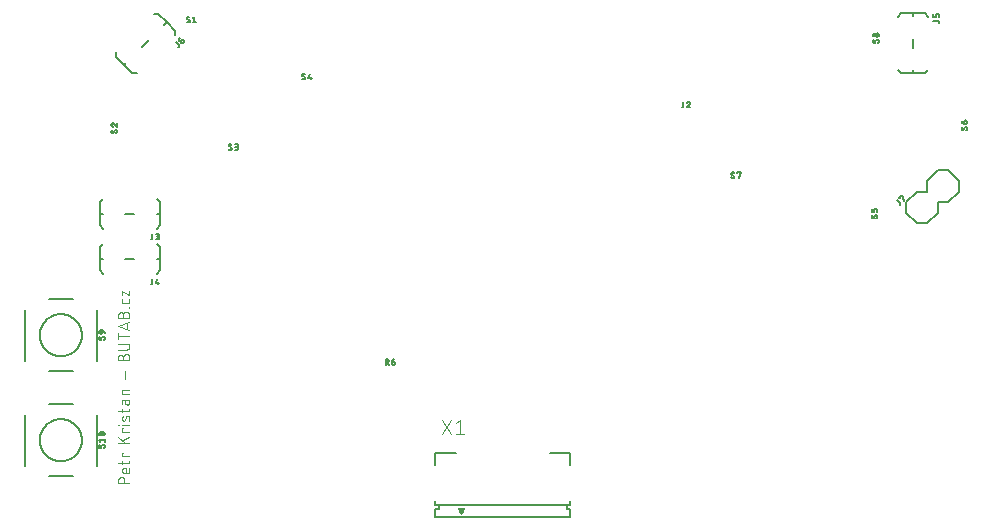
<source format=gbr>
G04 EAGLE Gerber RS-274X export*
G75*
%MOMM*%
%FSLAX34Y34*%
%LPD*%
%INSilkscreen Top*%
%IPPOS*%
%AMOC8*
5,1,8,0,0,1.08239X$1,22.5*%
G01*
%ADD10C,0.076200*%
%ADD11C,0.127000*%
%ADD12C,0.203200*%
%ADD13C,0.101600*%

G36*
X399036Y61196D02*
X399036Y61196D01*
X399135Y61203D01*
X399175Y61218D01*
X399218Y61225D01*
X399308Y61267D01*
X399402Y61301D01*
X399436Y61327D01*
X399475Y61345D01*
X399550Y61411D01*
X399631Y61470D01*
X399653Y61501D01*
X399689Y61532D01*
X399787Y61684D01*
X399828Y61741D01*
X401828Y65741D01*
X401831Y65749D01*
X401836Y65756D01*
X401876Y65885D01*
X401918Y66011D01*
X401919Y66019D01*
X401921Y66027D01*
X401925Y66162D01*
X401930Y66295D01*
X401928Y66303D01*
X401929Y66312D01*
X401895Y66441D01*
X401863Y66571D01*
X401859Y66578D01*
X401857Y66587D01*
X401789Y66701D01*
X401722Y66818D01*
X401716Y66824D01*
X401712Y66831D01*
X401614Y66923D01*
X401518Y67016D01*
X401511Y67020D01*
X401504Y67026D01*
X401385Y67087D01*
X401267Y67149D01*
X401259Y67151D01*
X401251Y67155D01*
X401199Y67164D01*
X400989Y67208D01*
X400951Y67205D01*
X400920Y67210D01*
X396920Y67210D01*
X396912Y67209D01*
X396903Y67210D01*
X396771Y67189D01*
X396639Y67171D01*
X396631Y67167D01*
X396622Y67166D01*
X396501Y67109D01*
X396379Y67054D01*
X396373Y67049D01*
X396365Y67045D01*
X396264Y66957D01*
X396162Y66871D01*
X396158Y66864D01*
X396151Y66858D01*
X396079Y66745D01*
X396005Y66634D01*
X396002Y66626D01*
X395997Y66619D01*
X395959Y66490D01*
X395919Y66363D01*
X395919Y66355D01*
X395916Y66346D01*
X395915Y66212D01*
X395912Y66079D01*
X395914Y66071D01*
X395914Y66062D01*
X395929Y66011D01*
X395983Y65804D01*
X396003Y65771D01*
X396012Y65741D01*
X398012Y61741D01*
X398069Y61659D01*
X398118Y61573D01*
X398149Y61543D01*
X398174Y61507D01*
X398251Y61444D01*
X398322Y61375D01*
X398360Y61354D01*
X398394Y61327D01*
X398485Y61288D01*
X398573Y61241D01*
X398615Y61232D01*
X398655Y61215D01*
X398754Y61203D01*
X398851Y61182D01*
X398894Y61185D01*
X398937Y61180D01*
X399036Y61196D01*
G37*
D10*
X117729Y88011D02*
X108331Y88011D01*
X108331Y90622D01*
X108333Y90723D01*
X108339Y90824D01*
X108349Y90925D01*
X108362Y91025D01*
X108380Y91125D01*
X108401Y91224D01*
X108427Y91322D01*
X108456Y91419D01*
X108488Y91515D01*
X108525Y91609D01*
X108565Y91702D01*
X108609Y91794D01*
X108656Y91883D01*
X108707Y91971D01*
X108761Y92057D01*
X108818Y92140D01*
X108878Y92222D01*
X108942Y92300D01*
X109008Y92377D01*
X109078Y92450D01*
X109150Y92521D01*
X109225Y92589D01*
X109303Y92654D01*
X109383Y92716D01*
X109465Y92775D01*
X109550Y92831D01*
X109637Y92883D01*
X109725Y92932D01*
X109816Y92978D01*
X109908Y93019D01*
X110002Y93058D01*
X110097Y93092D01*
X110193Y93123D01*
X110291Y93150D01*
X110389Y93174D01*
X110489Y93193D01*
X110589Y93209D01*
X110689Y93221D01*
X110790Y93229D01*
X110891Y93233D01*
X110993Y93233D01*
X111094Y93229D01*
X111195Y93221D01*
X111295Y93209D01*
X111395Y93193D01*
X111495Y93174D01*
X111593Y93150D01*
X111691Y93123D01*
X111787Y93092D01*
X111882Y93058D01*
X111976Y93019D01*
X112068Y92978D01*
X112159Y92932D01*
X112248Y92883D01*
X112334Y92831D01*
X112419Y92775D01*
X112501Y92716D01*
X112581Y92654D01*
X112659Y92589D01*
X112734Y92521D01*
X112806Y92450D01*
X112876Y92377D01*
X112942Y92300D01*
X113006Y92222D01*
X113066Y92140D01*
X113123Y92057D01*
X113177Y91971D01*
X113228Y91883D01*
X113275Y91794D01*
X113319Y91702D01*
X113359Y91609D01*
X113396Y91515D01*
X113428Y91419D01*
X113457Y91322D01*
X113483Y91224D01*
X113504Y91125D01*
X113522Y91025D01*
X113535Y90925D01*
X113545Y90824D01*
X113551Y90723D01*
X113553Y90622D01*
X113552Y90622D02*
X113552Y88011D01*
X117729Y98198D02*
X117729Y100808D01*
X117729Y98198D02*
X117727Y98121D01*
X117721Y98045D01*
X117712Y97968D01*
X117699Y97892D01*
X117682Y97817D01*
X117662Y97743D01*
X117637Y97670D01*
X117610Y97599D01*
X117579Y97528D01*
X117544Y97460D01*
X117506Y97393D01*
X117465Y97328D01*
X117421Y97265D01*
X117374Y97205D01*
X117323Y97146D01*
X117270Y97091D01*
X117215Y97038D01*
X117156Y96987D01*
X117096Y96940D01*
X117033Y96896D01*
X116968Y96855D01*
X116901Y96817D01*
X116833Y96782D01*
X116762Y96751D01*
X116691Y96724D01*
X116618Y96699D01*
X116544Y96679D01*
X116469Y96662D01*
X116393Y96649D01*
X116316Y96640D01*
X116240Y96634D01*
X116163Y96632D01*
X116163Y96631D02*
X113552Y96631D01*
X113552Y96632D02*
X113462Y96634D01*
X113373Y96640D01*
X113283Y96649D01*
X113194Y96663D01*
X113106Y96680D01*
X113019Y96701D01*
X112932Y96726D01*
X112847Y96755D01*
X112763Y96787D01*
X112681Y96822D01*
X112600Y96862D01*
X112521Y96904D01*
X112444Y96950D01*
X112369Y97000D01*
X112296Y97052D01*
X112225Y97108D01*
X112157Y97166D01*
X112092Y97228D01*
X112029Y97292D01*
X111969Y97359D01*
X111912Y97428D01*
X111858Y97500D01*
X111807Y97574D01*
X111759Y97650D01*
X111715Y97728D01*
X111674Y97808D01*
X111636Y97890D01*
X111602Y97973D01*
X111572Y98058D01*
X111545Y98144D01*
X111522Y98230D01*
X111503Y98318D01*
X111488Y98407D01*
X111476Y98496D01*
X111468Y98585D01*
X111464Y98675D01*
X111464Y98765D01*
X111468Y98855D01*
X111476Y98944D01*
X111488Y99033D01*
X111503Y99122D01*
X111522Y99210D01*
X111545Y99296D01*
X111572Y99382D01*
X111602Y99467D01*
X111636Y99550D01*
X111674Y99632D01*
X111715Y99712D01*
X111759Y99790D01*
X111807Y99866D01*
X111858Y99940D01*
X111912Y100012D01*
X111969Y100081D01*
X112029Y100148D01*
X112092Y100212D01*
X112157Y100274D01*
X112225Y100332D01*
X112296Y100388D01*
X112369Y100440D01*
X112444Y100490D01*
X112521Y100536D01*
X112600Y100578D01*
X112681Y100618D01*
X112763Y100653D01*
X112847Y100685D01*
X112932Y100714D01*
X113019Y100739D01*
X113106Y100760D01*
X113194Y100777D01*
X113283Y100791D01*
X113373Y100800D01*
X113462Y100806D01*
X113552Y100808D01*
X114596Y100808D01*
X114596Y96631D01*
X111464Y103788D02*
X111464Y106920D01*
X108331Y104832D02*
X116163Y104832D01*
X116240Y104834D01*
X116316Y104840D01*
X116393Y104849D01*
X116469Y104862D01*
X116544Y104879D01*
X116618Y104899D01*
X116691Y104924D01*
X116762Y104951D01*
X116833Y104982D01*
X116901Y105017D01*
X116968Y105055D01*
X117033Y105096D01*
X117096Y105140D01*
X117156Y105187D01*
X117215Y105238D01*
X117270Y105291D01*
X117323Y105346D01*
X117374Y105405D01*
X117421Y105465D01*
X117465Y105528D01*
X117506Y105593D01*
X117544Y105660D01*
X117579Y105728D01*
X117610Y105799D01*
X117637Y105870D01*
X117662Y105943D01*
X117682Y106017D01*
X117699Y106092D01*
X117712Y106168D01*
X117721Y106245D01*
X117727Y106321D01*
X117729Y106398D01*
X117729Y106920D01*
X117729Y110704D02*
X111464Y110704D01*
X111464Y113836D01*
X112508Y113836D01*
X108331Y122148D02*
X117729Y122148D01*
X114074Y122148D02*
X108331Y127370D01*
X111986Y124237D02*
X117729Y127370D01*
X117729Y131125D02*
X111464Y131125D01*
X111464Y134258D01*
X112508Y134258D01*
X111464Y137124D02*
X117729Y137124D01*
X108853Y136863D02*
X108331Y136863D01*
X108331Y137386D01*
X108853Y137386D01*
X108853Y136863D01*
X114074Y141610D02*
X115118Y144221D01*
X114074Y141610D02*
X114046Y141544D01*
X114013Y141479D01*
X113978Y141416D01*
X113939Y141355D01*
X113897Y141296D01*
X113852Y141240D01*
X113804Y141186D01*
X113753Y141135D01*
X113700Y141086D01*
X113643Y141041D01*
X113585Y140998D01*
X113525Y140959D01*
X113462Y140922D01*
X113397Y140890D01*
X113331Y140861D01*
X113264Y140835D01*
X113195Y140813D01*
X113125Y140795D01*
X113054Y140780D01*
X112983Y140769D01*
X112911Y140762D01*
X112839Y140759D01*
X112767Y140760D01*
X112694Y140765D01*
X112623Y140773D01*
X112551Y140785D01*
X112481Y140801D01*
X112412Y140821D01*
X112343Y140845D01*
X112276Y140872D01*
X112211Y140902D01*
X112147Y140936D01*
X112085Y140974D01*
X112025Y141014D01*
X111968Y141058D01*
X111913Y141105D01*
X111860Y141155D01*
X111811Y141207D01*
X111764Y141262D01*
X111720Y141319D01*
X111679Y141379D01*
X111642Y141441D01*
X111607Y141505D01*
X111577Y141570D01*
X111549Y141637D01*
X111526Y141705D01*
X111506Y141775D01*
X111490Y141845D01*
X111477Y141916D01*
X111469Y141988D01*
X111464Y142060D01*
X111463Y142132D01*
X111464Y142133D02*
X111468Y142284D01*
X111476Y142435D01*
X111487Y142586D01*
X111503Y142737D01*
X111523Y142887D01*
X111546Y143037D01*
X111573Y143186D01*
X111604Y143334D01*
X111639Y143482D01*
X111677Y143628D01*
X111720Y143774D01*
X111766Y143918D01*
X111815Y144061D01*
X111868Y144203D01*
X111925Y144343D01*
X111986Y144482D01*
X115118Y144221D02*
X115146Y144287D01*
X115179Y144352D01*
X115214Y144415D01*
X115253Y144476D01*
X115295Y144535D01*
X115340Y144591D01*
X115388Y144645D01*
X115439Y144696D01*
X115492Y144745D01*
X115549Y144791D01*
X115607Y144833D01*
X115667Y144872D01*
X115730Y144909D01*
X115795Y144941D01*
X115861Y144970D01*
X115928Y144996D01*
X115997Y145018D01*
X116067Y145036D01*
X116138Y145051D01*
X116209Y145062D01*
X116281Y145069D01*
X116353Y145072D01*
X116425Y145071D01*
X116498Y145066D01*
X116569Y145058D01*
X116641Y145046D01*
X116711Y145030D01*
X116780Y145010D01*
X116849Y144986D01*
X116916Y144959D01*
X116981Y144929D01*
X117045Y144895D01*
X117107Y144857D01*
X117167Y144817D01*
X117224Y144773D01*
X117279Y144726D01*
X117332Y144676D01*
X117381Y144624D01*
X117428Y144569D01*
X117472Y144512D01*
X117513Y144452D01*
X117550Y144390D01*
X117585Y144326D01*
X117615Y144261D01*
X117643Y144194D01*
X117666Y144126D01*
X117686Y144056D01*
X117702Y143986D01*
X117715Y143915D01*
X117723Y143843D01*
X117728Y143771D01*
X117729Y143699D01*
X117724Y143489D01*
X117713Y143280D01*
X117698Y143071D01*
X117678Y142863D01*
X117652Y142655D01*
X117622Y142448D01*
X117587Y142241D01*
X117547Y142036D01*
X117503Y141831D01*
X117453Y141628D01*
X117399Y141425D01*
X117339Y141224D01*
X117276Y141025D01*
X117207Y140827D01*
X111464Y147983D02*
X111464Y151116D01*
X108331Y149028D02*
X116163Y149028D01*
X116240Y149030D01*
X116316Y149036D01*
X116393Y149045D01*
X116469Y149058D01*
X116544Y149075D01*
X116618Y149095D01*
X116691Y149120D01*
X116762Y149147D01*
X116833Y149178D01*
X116901Y149213D01*
X116968Y149251D01*
X117033Y149292D01*
X117096Y149336D01*
X117156Y149383D01*
X117215Y149434D01*
X117270Y149487D01*
X117323Y149542D01*
X117374Y149601D01*
X117421Y149661D01*
X117465Y149724D01*
X117506Y149789D01*
X117544Y149856D01*
X117579Y149924D01*
X117610Y149995D01*
X117637Y150066D01*
X117662Y150139D01*
X117682Y150213D01*
X117699Y150288D01*
X117712Y150364D01*
X117721Y150441D01*
X117727Y150517D01*
X117729Y150594D01*
X117729Y151116D01*
X114074Y156325D02*
X114074Y158674D01*
X114075Y156325D02*
X114077Y156241D01*
X114083Y156156D01*
X114093Y156073D01*
X114106Y155989D01*
X114124Y155907D01*
X114145Y155825D01*
X114170Y155744D01*
X114198Y155665D01*
X114231Y155587D01*
X114267Y155511D01*
X114306Y155436D01*
X114349Y155363D01*
X114395Y155292D01*
X114444Y155224D01*
X114496Y155158D01*
X114552Y155094D01*
X114610Y155033D01*
X114671Y154975D01*
X114735Y154919D01*
X114801Y154867D01*
X114869Y154818D01*
X114940Y154772D01*
X115013Y154729D01*
X115088Y154690D01*
X115164Y154654D01*
X115242Y154621D01*
X115321Y154593D01*
X115402Y154568D01*
X115484Y154547D01*
X115566Y154529D01*
X115650Y154516D01*
X115733Y154506D01*
X115818Y154500D01*
X115902Y154498D01*
X115986Y154500D01*
X116071Y154506D01*
X116154Y154516D01*
X116238Y154529D01*
X116320Y154547D01*
X116402Y154568D01*
X116483Y154593D01*
X116562Y154621D01*
X116640Y154654D01*
X116716Y154690D01*
X116791Y154729D01*
X116864Y154772D01*
X116935Y154818D01*
X117003Y154867D01*
X117069Y154919D01*
X117133Y154975D01*
X117194Y155033D01*
X117252Y155094D01*
X117308Y155158D01*
X117360Y155224D01*
X117409Y155292D01*
X117455Y155363D01*
X117498Y155436D01*
X117537Y155511D01*
X117573Y155587D01*
X117606Y155665D01*
X117634Y155744D01*
X117659Y155825D01*
X117680Y155907D01*
X117698Y155989D01*
X117711Y156073D01*
X117721Y156156D01*
X117727Y156241D01*
X117729Y156325D01*
X117729Y158674D01*
X113030Y158674D01*
X112953Y158672D01*
X112877Y158666D01*
X112800Y158657D01*
X112724Y158644D01*
X112649Y158627D01*
X112575Y158607D01*
X112502Y158582D01*
X112431Y158555D01*
X112360Y158524D01*
X112292Y158489D01*
X112225Y158451D01*
X112160Y158410D01*
X112097Y158366D01*
X112037Y158319D01*
X111978Y158268D01*
X111923Y158215D01*
X111870Y158160D01*
X111819Y158101D01*
X111772Y158041D01*
X111728Y157978D01*
X111687Y157913D01*
X111649Y157846D01*
X111614Y157778D01*
X111583Y157707D01*
X111556Y157636D01*
X111531Y157563D01*
X111511Y157489D01*
X111494Y157414D01*
X111481Y157338D01*
X111472Y157261D01*
X111466Y157185D01*
X111464Y157108D01*
X111464Y155020D01*
X111464Y163077D02*
X117729Y163077D01*
X111464Y163077D02*
X111464Y165688D01*
X111466Y165765D01*
X111472Y165841D01*
X111481Y165918D01*
X111494Y165994D01*
X111511Y166069D01*
X111531Y166143D01*
X111556Y166216D01*
X111583Y166287D01*
X111614Y166358D01*
X111649Y166426D01*
X111687Y166493D01*
X111728Y166558D01*
X111772Y166621D01*
X111819Y166681D01*
X111870Y166740D01*
X111923Y166795D01*
X111978Y166848D01*
X112037Y166899D01*
X112097Y166946D01*
X112160Y166990D01*
X112225Y167031D01*
X112292Y167069D01*
X112360Y167104D01*
X112431Y167135D01*
X112502Y167162D01*
X112575Y167187D01*
X112649Y167207D01*
X112724Y167224D01*
X112800Y167237D01*
X112876Y167246D01*
X112953Y167252D01*
X113030Y167254D01*
X117729Y167254D01*
X114074Y176359D02*
X114074Y182624D01*
X112508Y191947D02*
X112508Y194558D01*
X112507Y194558D02*
X112509Y194659D01*
X112515Y194760D01*
X112525Y194861D01*
X112538Y194961D01*
X112556Y195061D01*
X112577Y195160D01*
X112603Y195258D01*
X112632Y195355D01*
X112664Y195451D01*
X112701Y195545D01*
X112741Y195638D01*
X112785Y195730D01*
X112832Y195819D01*
X112883Y195907D01*
X112937Y195993D01*
X112994Y196076D01*
X113054Y196158D01*
X113118Y196236D01*
X113184Y196313D01*
X113254Y196386D01*
X113326Y196457D01*
X113401Y196525D01*
X113479Y196590D01*
X113559Y196652D01*
X113641Y196711D01*
X113726Y196767D01*
X113813Y196819D01*
X113901Y196868D01*
X113992Y196914D01*
X114084Y196955D01*
X114178Y196994D01*
X114273Y197028D01*
X114369Y197059D01*
X114467Y197086D01*
X114565Y197110D01*
X114665Y197129D01*
X114765Y197145D01*
X114865Y197157D01*
X114966Y197165D01*
X115067Y197169D01*
X115169Y197169D01*
X115270Y197165D01*
X115371Y197157D01*
X115471Y197145D01*
X115571Y197129D01*
X115671Y197110D01*
X115769Y197086D01*
X115867Y197059D01*
X115963Y197028D01*
X116058Y196994D01*
X116152Y196955D01*
X116244Y196914D01*
X116335Y196868D01*
X116424Y196819D01*
X116510Y196767D01*
X116595Y196711D01*
X116677Y196652D01*
X116757Y196590D01*
X116835Y196525D01*
X116910Y196457D01*
X116982Y196386D01*
X117052Y196313D01*
X117118Y196236D01*
X117182Y196158D01*
X117242Y196076D01*
X117299Y195993D01*
X117353Y195907D01*
X117404Y195819D01*
X117451Y195730D01*
X117495Y195638D01*
X117535Y195545D01*
X117572Y195451D01*
X117604Y195355D01*
X117633Y195258D01*
X117659Y195160D01*
X117680Y195061D01*
X117698Y194961D01*
X117711Y194861D01*
X117721Y194760D01*
X117727Y194659D01*
X117729Y194558D01*
X117729Y191947D01*
X108331Y191947D01*
X108331Y194558D01*
X108333Y194648D01*
X108339Y194737D01*
X108348Y194827D01*
X108362Y194916D01*
X108379Y195004D01*
X108400Y195091D01*
X108425Y195178D01*
X108454Y195263D01*
X108486Y195347D01*
X108521Y195429D01*
X108561Y195510D01*
X108603Y195589D01*
X108649Y195666D01*
X108699Y195741D01*
X108751Y195814D01*
X108807Y195885D01*
X108865Y195953D01*
X108927Y196018D01*
X108991Y196081D01*
X109058Y196141D01*
X109127Y196198D01*
X109199Y196252D01*
X109273Y196303D01*
X109349Y196351D01*
X109427Y196395D01*
X109507Y196436D01*
X109589Y196474D01*
X109672Y196508D01*
X109757Y196538D01*
X109843Y196565D01*
X109929Y196588D01*
X110017Y196607D01*
X110106Y196622D01*
X110195Y196634D01*
X110284Y196642D01*
X110374Y196646D01*
X110464Y196646D01*
X110554Y196642D01*
X110643Y196634D01*
X110732Y196622D01*
X110821Y196607D01*
X110909Y196588D01*
X110995Y196565D01*
X111081Y196538D01*
X111166Y196508D01*
X111249Y196474D01*
X111331Y196436D01*
X111411Y196395D01*
X111489Y196351D01*
X111565Y196303D01*
X111639Y196252D01*
X111711Y196198D01*
X111780Y196141D01*
X111847Y196081D01*
X111911Y196018D01*
X111973Y195953D01*
X112031Y195885D01*
X112087Y195814D01*
X112139Y195741D01*
X112189Y195666D01*
X112235Y195589D01*
X112277Y195510D01*
X112317Y195429D01*
X112352Y195347D01*
X112384Y195263D01*
X112413Y195178D01*
X112438Y195091D01*
X112459Y195004D01*
X112476Y194916D01*
X112490Y194827D01*
X112499Y194737D01*
X112505Y194648D01*
X112507Y194558D01*
X115118Y200960D02*
X108331Y200960D01*
X115118Y200960D02*
X115219Y200962D01*
X115320Y200968D01*
X115421Y200978D01*
X115521Y200991D01*
X115621Y201009D01*
X115720Y201030D01*
X115818Y201056D01*
X115915Y201085D01*
X116011Y201117D01*
X116105Y201154D01*
X116198Y201194D01*
X116290Y201238D01*
X116379Y201285D01*
X116467Y201336D01*
X116553Y201390D01*
X116636Y201447D01*
X116718Y201507D01*
X116796Y201571D01*
X116873Y201637D01*
X116946Y201707D01*
X117017Y201779D01*
X117085Y201854D01*
X117150Y201932D01*
X117212Y202012D01*
X117271Y202094D01*
X117327Y202179D01*
X117379Y202265D01*
X117428Y202354D01*
X117474Y202445D01*
X117515Y202537D01*
X117554Y202631D01*
X117588Y202726D01*
X117619Y202822D01*
X117646Y202920D01*
X117670Y203018D01*
X117689Y203118D01*
X117705Y203218D01*
X117717Y203318D01*
X117725Y203419D01*
X117729Y203520D01*
X117729Y203622D01*
X117725Y203723D01*
X117717Y203824D01*
X117705Y203924D01*
X117689Y204024D01*
X117670Y204124D01*
X117646Y204222D01*
X117619Y204320D01*
X117588Y204416D01*
X117554Y204511D01*
X117515Y204605D01*
X117474Y204697D01*
X117428Y204788D01*
X117379Y204876D01*
X117327Y204963D01*
X117271Y205048D01*
X117212Y205130D01*
X117150Y205210D01*
X117085Y205288D01*
X117017Y205363D01*
X116946Y205435D01*
X116873Y205505D01*
X116796Y205571D01*
X116718Y205635D01*
X116636Y205695D01*
X116553Y205752D01*
X116467Y205806D01*
X116379Y205857D01*
X116290Y205904D01*
X116198Y205948D01*
X116105Y205988D01*
X116011Y206025D01*
X115915Y206057D01*
X115818Y206086D01*
X115720Y206112D01*
X115621Y206133D01*
X115521Y206151D01*
X115421Y206164D01*
X115320Y206174D01*
X115219Y206180D01*
X115118Y206182D01*
X115118Y206181D02*
X108331Y206181D01*
X108331Y212410D02*
X117729Y212410D01*
X108331Y209799D02*
X108331Y215020D01*
X108331Y220944D02*
X117729Y217811D01*
X117729Y224077D02*
X108331Y220944D01*
X115380Y223294D02*
X115380Y218595D01*
X112508Y227914D02*
X112508Y230524D01*
X112507Y230524D02*
X112509Y230625D01*
X112515Y230726D01*
X112525Y230827D01*
X112538Y230927D01*
X112556Y231027D01*
X112577Y231126D01*
X112603Y231224D01*
X112632Y231321D01*
X112664Y231417D01*
X112701Y231511D01*
X112741Y231604D01*
X112785Y231696D01*
X112832Y231785D01*
X112883Y231873D01*
X112937Y231959D01*
X112994Y232042D01*
X113054Y232124D01*
X113118Y232202D01*
X113184Y232279D01*
X113254Y232352D01*
X113326Y232423D01*
X113401Y232491D01*
X113479Y232556D01*
X113559Y232618D01*
X113641Y232677D01*
X113726Y232733D01*
X113813Y232785D01*
X113901Y232834D01*
X113992Y232880D01*
X114084Y232921D01*
X114178Y232960D01*
X114273Y232994D01*
X114369Y233025D01*
X114467Y233052D01*
X114565Y233076D01*
X114665Y233095D01*
X114765Y233111D01*
X114865Y233123D01*
X114966Y233131D01*
X115067Y233135D01*
X115169Y233135D01*
X115270Y233131D01*
X115371Y233123D01*
X115471Y233111D01*
X115571Y233095D01*
X115671Y233076D01*
X115769Y233052D01*
X115867Y233025D01*
X115963Y232994D01*
X116058Y232960D01*
X116152Y232921D01*
X116244Y232880D01*
X116335Y232834D01*
X116424Y232785D01*
X116510Y232733D01*
X116595Y232677D01*
X116677Y232618D01*
X116757Y232556D01*
X116835Y232491D01*
X116910Y232423D01*
X116982Y232352D01*
X117052Y232279D01*
X117118Y232202D01*
X117182Y232124D01*
X117242Y232042D01*
X117299Y231959D01*
X117353Y231873D01*
X117404Y231785D01*
X117451Y231696D01*
X117495Y231604D01*
X117535Y231511D01*
X117572Y231417D01*
X117604Y231321D01*
X117633Y231224D01*
X117659Y231126D01*
X117680Y231027D01*
X117698Y230927D01*
X117711Y230827D01*
X117721Y230726D01*
X117727Y230625D01*
X117729Y230524D01*
X117729Y227914D01*
X108331Y227914D01*
X108331Y230524D01*
X108333Y230614D01*
X108339Y230703D01*
X108348Y230793D01*
X108362Y230882D01*
X108379Y230970D01*
X108400Y231057D01*
X108425Y231144D01*
X108454Y231229D01*
X108486Y231313D01*
X108521Y231395D01*
X108561Y231476D01*
X108603Y231555D01*
X108649Y231632D01*
X108699Y231707D01*
X108751Y231780D01*
X108807Y231851D01*
X108865Y231919D01*
X108927Y231984D01*
X108991Y232047D01*
X109058Y232107D01*
X109127Y232164D01*
X109199Y232218D01*
X109273Y232269D01*
X109349Y232317D01*
X109427Y232361D01*
X109507Y232402D01*
X109589Y232440D01*
X109672Y232474D01*
X109757Y232504D01*
X109843Y232531D01*
X109929Y232554D01*
X110017Y232573D01*
X110106Y232588D01*
X110195Y232600D01*
X110284Y232608D01*
X110374Y232612D01*
X110464Y232612D01*
X110554Y232608D01*
X110643Y232600D01*
X110732Y232588D01*
X110821Y232573D01*
X110909Y232554D01*
X110995Y232531D01*
X111081Y232504D01*
X111166Y232474D01*
X111249Y232440D01*
X111331Y232402D01*
X111411Y232361D01*
X111489Y232317D01*
X111565Y232269D01*
X111639Y232218D01*
X111711Y232164D01*
X111780Y232107D01*
X111847Y232047D01*
X111911Y231984D01*
X111973Y231919D01*
X112031Y231851D01*
X112087Y231780D01*
X112139Y231707D01*
X112189Y231632D01*
X112235Y231555D01*
X112277Y231476D01*
X112317Y231395D01*
X112352Y231313D01*
X112384Y231229D01*
X112413Y231144D01*
X112438Y231057D01*
X112459Y230970D01*
X112476Y230882D01*
X112490Y230793D01*
X112499Y230703D01*
X112505Y230614D01*
X112507Y230524D01*
X117207Y236228D02*
X117729Y236228D01*
X117207Y236228D02*
X117207Y236750D01*
X117729Y236750D01*
X117729Y236228D01*
X117729Y241768D02*
X117729Y243857D01*
X117729Y241768D02*
X117727Y241691D01*
X117721Y241615D01*
X117712Y241538D01*
X117699Y241462D01*
X117682Y241387D01*
X117662Y241313D01*
X117637Y241240D01*
X117610Y241169D01*
X117579Y241098D01*
X117544Y241030D01*
X117506Y240963D01*
X117465Y240898D01*
X117421Y240835D01*
X117374Y240775D01*
X117323Y240716D01*
X117270Y240661D01*
X117215Y240608D01*
X117156Y240557D01*
X117096Y240510D01*
X117033Y240466D01*
X116968Y240425D01*
X116901Y240387D01*
X116833Y240352D01*
X116762Y240321D01*
X116691Y240294D01*
X116618Y240269D01*
X116544Y240249D01*
X116469Y240232D01*
X116393Y240219D01*
X116316Y240210D01*
X116240Y240204D01*
X116163Y240202D01*
X113030Y240202D01*
X112953Y240204D01*
X112877Y240210D01*
X112800Y240219D01*
X112724Y240232D01*
X112649Y240249D01*
X112575Y240269D01*
X112502Y240294D01*
X112431Y240321D01*
X112360Y240352D01*
X112292Y240387D01*
X112225Y240425D01*
X112160Y240466D01*
X112097Y240510D01*
X112037Y240557D01*
X111978Y240608D01*
X111923Y240661D01*
X111870Y240716D01*
X111819Y240775D01*
X111772Y240835D01*
X111728Y240898D01*
X111687Y240963D01*
X111649Y241030D01*
X111614Y241098D01*
X111583Y241169D01*
X111556Y241240D01*
X111531Y241313D01*
X111511Y241387D01*
X111494Y241462D01*
X111481Y241538D01*
X111472Y241615D01*
X111466Y241691D01*
X111464Y241768D01*
X111464Y243857D01*
X111464Y246897D02*
X111464Y251074D01*
X117729Y246897D01*
X117729Y251074D01*
D11*
X586826Y407091D02*
X586826Y410845D01*
X586825Y407091D02*
X586823Y407026D01*
X586817Y406962D01*
X586807Y406898D01*
X586794Y406834D01*
X586776Y406772D01*
X586755Y406711D01*
X586731Y406651D01*
X586702Y406593D01*
X586670Y406536D01*
X586635Y406482D01*
X586597Y406430D01*
X586555Y406380D01*
X586511Y406333D01*
X586464Y406289D01*
X586414Y406247D01*
X586362Y406209D01*
X586308Y406174D01*
X586251Y406142D01*
X586193Y406113D01*
X586133Y406089D01*
X586072Y406068D01*
X586010Y406050D01*
X585946Y406037D01*
X585882Y406027D01*
X585818Y406021D01*
X585753Y406019D01*
X585217Y406019D01*
X591248Y410845D02*
X591316Y410843D01*
X591383Y410837D01*
X591450Y410828D01*
X591517Y410815D01*
X591582Y410798D01*
X591647Y410777D01*
X591710Y410753D01*
X591772Y410725D01*
X591832Y410694D01*
X591890Y410660D01*
X591946Y410622D01*
X592001Y410582D01*
X592052Y410538D01*
X592101Y410491D01*
X592148Y410442D01*
X592192Y410391D01*
X592232Y410336D01*
X592270Y410280D01*
X592304Y410222D01*
X592335Y410162D01*
X592363Y410100D01*
X592387Y410037D01*
X592408Y409972D01*
X592425Y409907D01*
X592438Y409840D01*
X592447Y409773D01*
X592453Y409706D01*
X592455Y409638D01*
X591248Y410845D02*
X591170Y410843D01*
X591092Y410837D01*
X591015Y410827D01*
X590938Y410814D01*
X590862Y410796D01*
X590787Y410775D01*
X590713Y410750D01*
X590641Y410721D01*
X590570Y410689D01*
X590501Y410653D01*
X590433Y410614D01*
X590368Y410571D01*
X590305Y410525D01*
X590244Y410476D01*
X590186Y410424D01*
X590131Y410369D01*
X590078Y410312D01*
X590029Y410252D01*
X589982Y410189D01*
X589939Y410125D01*
X589899Y410058D01*
X589862Y409989D01*
X589829Y409918D01*
X589799Y409846D01*
X589773Y409773D01*
X592053Y408700D02*
X592102Y408749D01*
X592149Y408801D01*
X592192Y408856D01*
X592233Y408913D01*
X592271Y408972D01*
X592305Y409033D01*
X592336Y409096D01*
X592364Y409160D01*
X592388Y409226D01*
X592408Y409292D01*
X592425Y409360D01*
X592438Y409429D01*
X592447Y409498D01*
X592453Y409568D01*
X592455Y409638D01*
X592053Y408700D02*
X589774Y406019D01*
X592455Y406019D01*
D12*
X121920Y316230D02*
X114300Y316230D01*
X140970Y316230D02*
X143510Y316230D01*
X143510Y306324D01*
X140716Y303530D01*
X143510Y316230D02*
X143510Y326136D01*
X140716Y328930D01*
X95250Y316230D02*
X92710Y316230D01*
X92710Y326136D01*
X95504Y328930D01*
X92710Y316230D02*
X92710Y306324D01*
X95504Y303530D01*
D11*
X137246Y299085D02*
X137246Y295331D01*
X137244Y295266D01*
X137238Y295202D01*
X137228Y295138D01*
X137215Y295074D01*
X137197Y295012D01*
X137176Y294951D01*
X137152Y294891D01*
X137123Y294833D01*
X137091Y294776D01*
X137056Y294722D01*
X137018Y294670D01*
X136976Y294620D01*
X136932Y294573D01*
X136885Y294529D01*
X136835Y294487D01*
X136783Y294449D01*
X136729Y294414D01*
X136672Y294382D01*
X136614Y294353D01*
X136554Y294329D01*
X136493Y294308D01*
X136431Y294290D01*
X136367Y294277D01*
X136303Y294267D01*
X136239Y294261D01*
X136174Y294259D01*
X135637Y294259D01*
X140194Y294259D02*
X141534Y294259D01*
X141605Y294261D01*
X141677Y294267D01*
X141747Y294276D01*
X141817Y294289D01*
X141887Y294306D01*
X141955Y294327D01*
X142022Y294351D01*
X142088Y294379D01*
X142152Y294410D01*
X142215Y294445D01*
X142275Y294483D01*
X142334Y294524D01*
X142390Y294568D01*
X142444Y294615D01*
X142495Y294664D01*
X142543Y294717D01*
X142589Y294772D01*
X142631Y294829D01*
X142671Y294889D01*
X142707Y294950D01*
X142740Y295014D01*
X142769Y295079D01*
X142795Y295145D01*
X142818Y295213D01*
X142837Y295282D01*
X142852Y295352D01*
X142863Y295422D01*
X142871Y295493D01*
X142875Y295564D01*
X142875Y295636D01*
X142871Y295707D01*
X142863Y295778D01*
X142852Y295848D01*
X142837Y295918D01*
X142818Y295987D01*
X142795Y296055D01*
X142769Y296121D01*
X142740Y296186D01*
X142707Y296250D01*
X142671Y296311D01*
X142631Y296371D01*
X142589Y296428D01*
X142543Y296483D01*
X142495Y296536D01*
X142444Y296585D01*
X142390Y296632D01*
X142334Y296676D01*
X142275Y296717D01*
X142215Y296755D01*
X142152Y296790D01*
X142088Y296821D01*
X142022Y296849D01*
X141955Y296873D01*
X141887Y296894D01*
X141817Y296911D01*
X141747Y296924D01*
X141677Y296933D01*
X141605Y296939D01*
X141534Y296941D01*
X141803Y299085D02*
X140194Y299085D01*
X141803Y299085D02*
X141868Y299083D01*
X141932Y299077D01*
X141996Y299067D01*
X142060Y299054D01*
X142122Y299036D01*
X142183Y299015D01*
X142243Y298991D01*
X142301Y298962D01*
X142358Y298930D01*
X142412Y298895D01*
X142464Y298857D01*
X142514Y298815D01*
X142561Y298771D01*
X142605Y298724D01*
X142647Y298674D01*
X142685Y298622D01*
X142720Y298568D01*
X142752Y298511D01*
X142781Y298453D01*
X142805Y298393D01*
X142826Y298332D01*
X142844Y298270D01*
X142857Y298206D01*
X142867Y298142D01*
X142873Y298078D01*
X142875Y298013D01*
X142873Y297948D01*
X142867Y297884D01*
X142857Y297820D01*
X142844Y297756D01*
X142826Y297694D01*
X142805Y297633D01*
X142781Y297573D01*
X142752Y297515D01*
X142720Y297458D01*
X142685Y297404D01*
X142647Y297352D01*
X142605Y297302D01*
X142561Y297255D01*
X142514Y297211D01*
X142464Y297169D01*
X142412Y297131D01*
X142358Y297096D01*
X142301Y297064D01*
X142243Y297035D01*
X142183Y297011D01*
X142122Y296990D01*
X142060Y296972D01*
X141996Y296959D01*
X141932Y296949D01*
X141868Y296943D01*
X141803Y296941D01*
X141803Y296940D02*
X140730Y296940D01*
D12*
X121920Y278130D02*
X114300Y278130D01*
X140970Y278130D02*
X143510Y278130D01*
X143510Y268224D01*
X140716Y265430D01*
X143510Y278130D02*
X143510Y288036D01*
X140716Y290830D01*
X95250Y278130D02*
X92710Y278130D01*
X92710Y288036D01*
X95504Y290830D01*
X92710Y278130D02*
X92710Y268224D01*
X95504Y265430D01*
D11*
X137246Y260985D02*
X137246Y257231D01*
X137244Y257166D01*
X137238Y257102D01*
X137228Y257038D01*
X137215Y256974D01*
X137197Y256912D01*
X137176Y256851D01*
X137152Y256791D01*
X137123Y256733D01*
X137091Y256676D01*
X137056Y256622D01*
X137018Y256570D01*
X136976Y256520D01*
X136932Y256473D01*
X136885Y256429D01*
X136835Y256387D01*
X136783Y256349D01*
X136729Y256314D01*
X136672Y256282D01*
X136614Y256253D01*
X136554Y256229D01*
X136493Y256208D01*
X136431Y256190D01*
X136367Y256177D01*
X136303Y256167D01*
X136239Y256161D01*
X136174Y256159D01*
X135637Y256159D01*
X140194Y257231D02*
X141266Y260985D01*
X140194Y257231D02*
X142875Y257231D01*
X142071Y258304D02*
X142071Y256159D01*
D12*
X781050Y456636D02*
X781050Y464256D01*
X781050Y483306D02*
X781050Y485846D01*
X790956Y485846D01*
X793750Y483052D01*
X781050Y485846D02*
X771144Y485846D01*
X768350Y483052D01*
X781050Y437586D02*
X781050Y435046D01*
X771144Y435046D01*
X768350Y437840D01*
X781050Y435046D02*
X790956Y435046D01*
X793750Y437840D01*
D11*
X798195Y479582D02*
X801949Y479582D01*
X801949Y479581D02*
X802014Y479579D01*
X802078Y479573D01*
X802142Y479563D01*
X802206Y479550D01*
X802268Y479532D01*
X802329Y479511D01*
X802389Y479487D01*
X802447Y479458D01*
X802504Y479426D01*
X802558Y479391D01*
X802610Y479353D01*
X802660Y479311D01*
X802707Y479267D01*
X802751Y479220D01*
X802793Y479170D01*
X802831Y479118D01*
X802866Y479064D01*
X802898Y479007D01*
X802927Y478949D01*
X802951Y478889D01*
X802972Y478828D01*
X802990Y478766D01*
X803003Y478702D01*
X803013Y478638D01*
X803019Y478574D01*
X803021Y478509D01*
X803021Y477973D01*
X803021Y482529D02*
X803021Y484138D01*
X803019Y484203D01*
X803013Y484267D01*
X803003Y484331D01*
X802990Y484395D01*
X802972Y484457D01*
X802951Y484518D01*
X802927Y484578D01*
X802898Y484636D01*
X802866Y484693D01*
X802831Y484747D01*
X802793Y484799D01*
X802751Y484849D01*
X802707Y484896D01*
X802660Y484940D01*
X802610Y484982D01*
X802558Y485020D01*
X802504Y485055D01*
X802447Y485087D01*
X802389Y485116D01*
X802329Y485140D01*
X802268Y485161D01*
X802206Y485179D01*
X802142Y485192D01*
X802078Y485202D01*
X802014Y485208D01*
X801949Y485210D01*
X801949Y485211D02*
X801412Y485211D01*
X801412Y485210D02*
X801347Y485208D01*
X801283Y485202D01*
X801219Y485192D01*
X801155Y485179D01*
X801093Y485161D01*
X801032Y485140D01*
X800972Y485116D01*
X800914Y485087D01*
X800857Y485055D01*
X800803Y485020D01*
X800751Y484982D01*
X800701Y484940D01*
X800654Y484896D01*
X800610Y484849D01*
X800568Y484799D01*
X800530Y484747D01*
X800495Y484693D01*
X800463Y484636D01*
X800434Y484578D01*
X800410Y484518D01*
X800389Y484457D01*
X800371Y484395D01*
X800358Y484331D01*
X800348Y484267D01*
X800342Y484203D01*
X800340Y484138D01*
X800340Y482529D01*
X798195Y482529D01*
X798195Y485211D01*
D12*
X133978Y462767D02*
X128590Y457379D01*
X147449Y476238D02*
X149245Y478034D01*
X156249Y471029D01*
X156249Y467078D01*
X149245Y478034D02*
X142240Y485038D01*
X138289Y485038D01*
X115120Y443909D02*
X113324Y442113D01*
X106319Y449117D01*
X106319Y453069D01*
X113324Y442113D02*
X120328Y435108D01*
X124280Y435108D01*
D11*
X156939Y461481D02*
X159593Y458827D01*
X159592Y458826D02*
X159636Y458779D01*
X159678Y458729D01*
X159716Y458677D01*
X159751Y458623D01*
X159783Y458566D01*
X159812Y458508D01*
X159836Y458448D01*
X159857Y458387D01*
X159875Y458325D01*
X159888Y458261D01*
X159898Y458197D01*
X159904Y458133D01*
X159906Y458068D01*
X159904Y458003D01*
X159898Y457939D01*
X159888Y457875D01*
X159875Y457811D01*
X159857Y457749D01*
X159836Y457688D01*
X159812Y457628D01*
X159783Y457570D01*
X159751Y457513D01*
X159716Y457459D01*
X159678Y457407D01*
X159636Y457357D01*
X159592Y457310D01*
X159593Y457310D02*
X159214Y456931D01*
X160540Y462049D02*
X161677Y463186D01*
X161678Y463186D02*
X161725Y463230D01*
X161775Y463272D01*
X161827Y463310D01*
X161881Y463345D01*
X161938Y463377D01*
X161996Y463406D01*
X162056Y463430D01*
X162117Y463451D01*
X162179Y463469D01*
X162243Y463482D01*
X162307Y463492D01*
X162371Y463498D01*
X162436Y463500D01*
X162501Y463498D01*
X162565Y463492D01*
X162629Y463482D01*
X162693Y463469D01*
X162755Y463451D01*
X162816Y463430D01*
X162876Y463406D01*
X162934Y463377D01*
X162991Y463345D01*
X163045Y463310D01*
X163097Y463272D01*
X163147Y463230D01*
X163194Y463186D01*
X163384Y462997D01*
X163433Y462945D01*
X163480Y462891D01*
X163523Y462834D01*
X163563Y462775D01*
X163600Y462714D01*
X163634Y462651D01*
X163664Y462587D01*
X163691Y462521D01*
X163715Y462453D01*
X163734Y462385D01*
X163750Y462315D01*
X163763Y462245D01*
X163771Y462174D01*
X163776Y462103D01*
X163777Y462031D01*
X163774Y461960D01*
X163767Y461889D01*
X163757Y461818D01*
X163743Y461748D01*
X163725Y461679D01*
X163703Y461611D01*
X163678Y461544D01*
X163650Y461479D01*
X163618Y461415D01*
X163582Y461353D01*
X163544Y461293D01*
X163502Y461235D01*
X163457Y461179D01*
X163409Y461126D01*
X163359Y461076D01*
X163306Y461028D01*
X163250Y460983D01*
X163192Y460941D01*
X163132Y460903D01*
X163070Y460867D01*
X163006Y460835D01*
X162941Y460807D01*
X162874Y460782D01*
X162806Y460760D01*
X162737Y460742D01*
X162667Y460728D01*
X162596Y460718D01*
X162525Y460711D01*
X162454Y460708D01*
X162382Y460709D01*
X162311Y460714D01*
X162240Y460722D01*
X162170Y460735D01*
X162100Y460751D01*
X162032Y460770D01*
X161964Y460794D01*
X161898Y460821D01*
X161834Y460851D01*
X161771Y460885D01*
X161710Y460922D01*
X161651Y460962D01*
X161594Y461005D01*
X161540Y461052D01*
X161488Y461101D01*
X160540Y462049D01*
X160539Y462048D02*
X160476Y462114D01*
X160416Y462182D01*
X160359Y462253D01*
X160305Y462326D01*
X160254Y462402D01*
X160206Y462479D01*
X160162Y462559D01*
X160121Y462640D01*
X160083Y462723D01*
X160049Y462808D01*
X160019Y462894D01*
X159992Y462981D01*
X159969Y463069D01*
X159950Y463158D01*
X159935Y463247D01*
X159923Y463338D01*
X159915Y463428D01*
X159911Y463519D01*
X159911Y463611D01*
X159915Y463702D01*
X159923Y463792D01*
X159935Y463883D01*
X159950Y463972D01*
X159969Y464061D01*
X159992Y464149D01*
X160019Y464236D01*
X160049Y464322D01*
X160083Y464407D01*
X160121Y464490D01*
X160162Y464571D01*
X160206Y464651D01*
X160254Y464728D01*
X160305Y464804D01*
X160359Y464877D01*
X160416Y464948D01*
X160476Y465016D01*
X160539Y465082D01*
D12*
X90170Y146050D02*
X90170Y102870D01*
X29210Y102870D02*
X29210Y146050D01*
X49530Y93980D02*
X69670Y93980D01*
X69970Y154940D02*
X49530Y154940D01*
X41910Y124460D02*
X41915Y124896D01*
X41931Y125332D01*
X41958Y125768D01*
X41996Y126203D01*
X42044Y126636D01*
X42102Y127069D01*
X42172Y127500D01*
X42252Y127929D01*
X42342Y128356D01*
X42443Y128780D01*
X42554Y129202D01*
X42676Y129621D01*
X42807Y130037D01*
X42949Y130450D01*
X43101Y130859D01*
X43263Y131264D01*
X43435Y131665D01*
X43617Y132062D01*
X43808Y132454D01*
X44009Y132841D01*
X44220Y133224D01*
X44440Y133601D01*
X44669Y133972D01*
X44906Y134338D01*
X45153Y134698D01*
X45409Y135052D01*
X45673Y135399D01*
X45946Y135740D01*
X46227Y136073D01*
X46516Y136400D01*
X46813Y136720D01*
X47118Y137032D01*
X47430Y137337D01*
X47750Y137634D01*
X48077Y137923D01*
X48410Y138204D01*
X48751Y138477D01*
X49098Y138741D01*
X49452Y138997D01*
X49812Y139244D01*
X50178Y139481D01*
X50549Y139710D01*
X50926Y139930D01*
X51309Y140141D01*
X51696Y140342D01*
X52088Y140533D01*
X52485Y140715D01*
X52886Y140887D01*
X53291Y141049D01*
X53700Y141201D01*
X54113Y141343D01*
X54529Y141474D01*
X54948Y141596D01*
X55370Y141707D01*
X55794Y141808D01*
X56221Y141898D01*
X56650Y141978D01*
X57081Y142048D01*
X57514Y142106D01*
X57947Y142154D01*
X58382Y142192D01*
X58818Y142219D01*
X59254Y142235D01*
X59690Y142240D01*
X60126Y142235D01*
X60562Y142219D01*
X60998Y142192D01*
X61433Y142154D01*
X61866Y142106D01*
X62299Y142048D01*
X62730Y141978D01*
X63159Y141898D01*
X63586Y141808D01*
X64010Y141707D01*
X64432Y141596D01*
X64851Y141474D01*
X65267Y141343D01*
X65680Y141201D01*
X66089Y141049D01*
X66494Y140887D01*
X66895Y140715D01*
X67292Y140533D01*
X67684Y140342D01*
X68071Y140141D01*
X68454Y139930D01*
X68831Y139710D01*
X69202Y139481D01*
X69568Y139244D01*
X69928Y138997D01*
X70282Y138741D01*
X70629Y138477D01*
X70970Y138204D01*
X71303Y137923D01*
X71630Y137634D01*
X71950Y137337D01*
X72262Y137032D01*
X72567Y136720D01*
X72864Y136400D01*
X73153Y136073D01*
X73434Y135740D01*
X73707Y135399D01*
X73971Y135052D01*
X74227Y134698D01*
X74474Y134338D01*
X74711Y133972D01*
X74940Y133601D01*
X75160Y133224D01*
X75371Y132841D01*
X75572Y132454D01*
X75763Y132062D01*
X75945Y131665D01*
X76117Y131264D01*
X76279Y130859D01*
X76431Y130450D01*
X76573Y130037D01*
X76704Y129621D01*
X76826Y129202D01*
X76937Y128780D01*
X77038Y128356D01*
X77128Y127929D01*
X77208Y127500D01*
X77278Y127069D01*
X77336Y126636D01*
X77384Y126203D01*
X77422Y125768D01*
X77449Y125332D01*
X77465Y124896D01*
X77470Y124460D01*
X77465Y124024D01*
X77449Y123588D01*
X77422Y123152D01*
X77384Y122717D01*
X77336Y122284D01*
X77278Y121851D01*
X77208Y121420D01*
X77128Y120991D01*
X77038Y120564D01*
X76937Y120140D01*
X76826Y119718D01*
X76704Y119299D01*
X76573Y118883D01*
X76431Y118470D01*
X76279Y118061D01*
X76117Y117656D01*
X75945Y117255D01*
X75763Y116858D01*
X75572Y116466D01*
X75371Y116079D01*
X75160Y115696D01*
X74940Y115319D01*
X74711Y114948D01*
X74474Y114582D01*
X74227Y114222D01*
X73971Y113868D01*
X73707Y113521D01*
X73434Y113180D01*
X73153Y112847D01*
X72864Y112520D01*
X72567Y112200D01*
X72262Y111888D01*
X71950Y111583D01*
X71630Y111286D01*
X71303Y110997D01*
X70970Y110716D01*
X70629Y110443D01*
X70282Y110179D01*
X69928Y109923D01*
X69568Y109676D01*
X69202Y109439D01*
X68831Y109210D01*
X68454Y108990D01*
X68071Y108779D01*
X67684Y108578D01*
X67292Y108387D01*
X66895Y108205D01*
X66494Y108033D01*
X66089Y107871D01*
X65680Y107719D01*
X65267Y107577D01*
X64851Y107446D01*
X64432Y107324D01*
X64010Y107213D01*
X63586Y107112D01*
X63159Y107022D01*
X62730Y106942D01*
X62299Y106872D01*
X61866Y106814D01*
X61433Y106766D01*
X60998Y106728D01*
X60562Y106701D01*
X60126Y106685D01*
X59690Y106680D01*
X59254Y106685D01*
X58818Y106701D01*
X58382Y106728D01*
X57947Y106766D01*
X57514Y106814D01*
X57081Y106872D01*
X56650Y106942D01*
X56221Y107022D01*
X55794Y107112D01*
X55370Y107213D01*
X54948Y107324D01*
X54529Y107446D01*
X54113Y107577D01*
X53700Y107719D01*
X53291Y107871D01*
X52886Y108033D01*
X52485Y108205D01*
X52088Y108387D01*
X51696Y108578D01*
X51309Y108779D01*
X50926Y108990D01*
X50549Y109210D01*
X50178Y109439D01*
X49812Y109676D01*
X49452Y109923D01*
X49098Y110179D01*
X48751Y110443D01*
X48410Y110716D01*
X48077Y110997D01*
X47750Y111286D01*
X47430Y111583D01*
X47118Y111888D01*
X46813Y112200D01*
X46516Y112520D01*
X46227Y112847D01*
X45946Y113180D01*
X45673Y113521D01*
X45409Y113868D01*
X45153Y114222D01*
X44906Y114582D01*
X44669Y114948D01*
X44440Y115319D01*
X44220Y115696D01*
X44009Y116079D01*
X43808Y116466D01*
X43617Y116858D01*
X43435Y117255D01*
X43263Y117656D01*
X43101Y118061D01*
X42949Y118470D01*
X42807Y118883D01*
X42676Y119299D01*
X42554Y119718D01*
X42443Y120140D01*
X42342Y120564D01*
X42252Y120991D01*
X42172Y121420D01*
X42102Y121851D01*
X42044Y122284D01*
X41996Y122717D01*
X41958Y123152D01*
X41931Y123588D01*
X41915Y124024D01*
X41910Y124460D01*
D11*
X95829Y120405D02*
X95894Y120403D01*
X95958Y120397D01*
X96022Y120387D01*
X96086Y120374D01*
X96148Y120356D01*
X96209Y120335D01*
X96269Y120311D01*
X96327Y120282D01*
X96384Y120250D01*
X96438Y120215D01*
X96490Y120177D01*
X96540Y120135D01*
X96587Y120091D01*
X96631Y120044D01*
X96673Y119994D01*
X96711Y119942D01*
X96746Y119888D01*
X96778Y119831D01*
X96807Y119773D01*
X96831Y119713D01*
X96852Y119652D01*
X96870Y119590D01*
X96883Y119526D01*
X96893Y119462D01*
X96899Y119398D01*
X96901Y119333D01*
X96899Y119239D01*
X96893Y119145D01*
X96883Y119051D01*
X96870Y118958D01*
X96852Y118866D01*
X96831Y118774D01*
X96806Y118683D01*
X96777Y118593D01*
X96744Y118505D01*
X96708Y118418D01*
X96668Y118333D01*
X96625Y118249D01*
X96578Y118168D01*
X96528Y118088D01*
X96475Y118010D01*
X96418Y117935D01*
X96359Y117862D01*
X96296Y117792D01*
X96231Y117724D01*
X93147Y117859D02*
X93082Y117861D01*
X93018Y117867D01*
X92954Y117877D01*
X92890Y117890D01*
X92828Y117908D01*
X92767Y117929D01*
X92707Y117953D01*
X92649Y117982D01*
X92592Y118014D01*
X92538Y118049D01*
X92486Y118087D01*
X92436Y118129D01*
X92389Y118173D01*
X92345Y118220D01*
X92303Y118270D01*
X92265Y118322D01*
X92230Y118376D01*
X92198Y118433D01*
X92169Y118491D01*
X92145Y118551D01*
X92124Y118612D01*
X92106Y118674D01*
X92093Y118738D01*
X92083Y118802D01*
X92077Y118866D01*
X92075Y118931D01*
X92077Y119017D01*
X92082Y119103D01*
X92092Y119189D01*
X92105Y119274D01*
X92121Y119359D01*
X92141Y119443D01*
X92165Y119526D01*
X92192Y119608D01*
X92223Y119688D01*
X92257Y119768D01*
X92295Y119845D01*
X92336Y119921D01*
X92380Y119995D01*
X92427Y120068D01*
X92477Y120138D01*
X94085Y118395D02*
X94052Y118342D01*
X94015Y118291D01*
X93976Y118242D01*
X93934Y118195D01*
X93889Y118151D01*
X93842Y118110D01*
X93793Y118071D01*
X93741Y118035D01*
X93687Y118002D01*
X93632Y117973D01*
X93575Y117947D01*
X93516Y117924D01*
X93457Y117904D01*
X93396Y117888D01*
X93335Y117875D01*
X93272Y117866D01*
X93210Y117861D01*
X93147Y117859D01*
X94891Y119869D02*
X94924Y119922D01*
X94961Y119973D01*
X95000Y120022D01*
X95042Y120069D01*
X95087Y120113D01*
X95134Y120154D01*
X95183Y120193D01*
X95235Y120229D01*
X95289Y120262D01*
X95344Y120291D01*
X95401Y120317D01*
X95460Y120340D01*
X95519Y120360D01*
X95580Y120376D01*
X95641Y120389D01*
X95704Y120398D01*
X95766Y120403D01*
X95829Y120405D01*
X94890Y119869D02*
X94086Y118395D01*
X93147Y123028D02*
X92075Y124369D01*
X96901Y124369D01*
X96901Y125709D02*
X96901Y123028D01*
X94488Y128514D02*
X94368Y128516D01*
X94248Y128521D01*
X94128Y128530D01*
X94008Y128543D01*
X93889Y128559D01*
X93770Y128579D01*
X93652Y128603D01*
X93535Y128630D01*
X93419Y128660D01*
X93304Y128694D01*
X93189Y128732D01*
X93076Y128773D01*
X92965Y128817D01*
X92854Y128865D01*
X92745Y128916D01*
X92745Y128917D02*
X92688Y128938D01*
X92632Y128964D01*
X92577Y128992D01*
X92525Y129024D01*
X92474Y129060D01*
X92426Y129098D01*
X92380Y129139D01*
X92337Y129183D01*
X92297Y129229D01*
X92260Y129278D01*
X92226Y129330D01*
X92195Y129383D01*
X92167Y129438D01*
X92143Y129494D01*
X92122Y129552D01*
X92105Y129611D01*
X92092Y129671D01*
X92083Y129732D01*
X92077Y129794D01*
X92075Y129855D01*
X92077Y129916D01*
X92083Y129978D01*
X92092Y130039D01*
X92105Y130099D01*
X92122Y130158D01*
X92143Y130216D01*
X92167Y130272D01*
X92195Y130327D01*
X92226Y130380D01*
X92260Y130432D01*
X92297Y130481D01*
X92337Y130527D01*
X92380Y130571D01*
X92426Y130612D01*
X92474Y130650D01*
X92525Y130686D01*
X92577Y130718D01*
X92632Y130746D01*
X92688Y130772D01*
X92745Y130793D01*
X92854Y130844D01*
X92965Y130892D01*
X93076Y130936D01*
X93189Y130977D01*
X93304Y131015D01*
X93419Y131049D01*
X93535Y131079D01*
X93652Y131106D01*
X93770Y131130D01*
X93889Y131150D01*
X94008Y131166D01*
X94128Y131179D01*
X94248Y131188D01*
X94368Y131193D01*
X94488Y131195D01*
X94488Y128515D02*
X94608Y128517D01*
X94728Y128522D01*
X94848Y128531D01*
X94968Y128544D01*
X95087Y128560D01*
X95206Y128580D01*
X95324Y128604D01*
X95441Y128631D01*
X95557Y128661D01*
X95672Y128695D01*
X95787Y128733D01*
X95900Y128774D01*
X96011Y128818D01*
X96122Y128866D01*
X96231Y128917D01*
X96288Y128938D01*
X96344Y128964D01*
X96399Y128992D01*
X96451Y129024D01*
X96502Y129060D01*
X96550Y129098D01*
X96596Y129139D01*
X96639Y129183D01*
X96679Y129229D01*
X96716Y129278D01*
X96750Y129330D01*
X96781Y129383D01*
X96809Y129438D01*
X96833Y129494D01*
X96854Y129552D01*
X96871Y129611D01*
X96884Y129671D01*
X96893Y129732D01*
X96899Y129794D01*
X96901Y129855D01*
X96231Y130793D02*
X96122Y130844D01*
X96011Y130892D01*
X95900Y130936D01*
X95787Y130977D01*
X95672Y131015D01*
X95557Y131049D01*
X95441Y131079D01*
X95324Y131106D01*
X95206Y131130D01*
X95087Y131150D01*
X94968Y131166D01*
X94848Y131179D01*
X94728Y131188D01*
X94608Y131193D01*
X94488Y131195D01*
X96231Y130793D02*
X96288Y130772D01*
X96344Y130746D01*
X96399Y130718D01*
X96451Y130686D01*
X96502Y130650D01*
X96550Y130612D01*
X96596Y130571D01*
X96639Y130527D01*
X96679Y130480D01*
X96716Y130432D01*
X96750Y130380D01*
X96781Y130327D01*
X96809Y130272D01*
X96833Y130216D01*
X96854Y130158D01*
X96871Y130099D01*
X96884Y130039D01*
X96893Y129978D01*
X96899Y129916D01*
X96901Y129855D01*
X95829Y128782D02*
X93147Y130927D01*
D12*
X90170Y191770D02*
X90170Y234950D01*
X29210Y234950D02*
X29210Y191770D01*
X49530Y182880D02*
X69670Y182880D01*
X69970Y243840D02*
X49530Y243840D01*
X41910Y213360D02*
X41915Y213796D01*
X41931Y214232D01*
X41958Y214668D01*
X41996Y215103D01*
X42044Y215536D01*
X42102Y215969D01*
X42172Y216400D01*
X42252Y216829D01*
X42342Y217256D01*
X42443Y217680D01*
X42554Y218102D01*
X42676Y218521D01*
X42807Y218937D01*
X42949Y219350D01*
X43101Y219759D01*
X43263Y220164D01*
X43435Y220565D01*
X43617Y220962D01*
X43808Y221354D01*
X44009Y221741D01*
X44220Y222124D01*
X44440Y222501D01*
X44669Y222872D01*
X44906Y223238D01*
X45153Y223598D01*
X45409Y223952D01*
X45673Y224299D01*
X45946Y224640D01*
X46227Y224973D01*
X46516Y225300D01*
X46813Y225620D01*
X47118Y225932D01*
X47430Y226237D01*
X47750Y226534D01*
X48077Y226823D01*
X48410Y227104D01*
X48751Y227377D01*
X49098Y227641D01*
X49452Y227897D01*
X49812Y228144D01*
X50178Y228381D01*
X50549Y228610D01*
X50926Y228830D01*
X51309Y229041D01*
X51696Y229242D01*
X52088Y229433D01*
X52485Y229615D01*
X52886Y229787D01*
X53291Y229949D01*
X53700Y230101D01*
X54113Y230243D01*
X54529Y230374D01*
X54948Y230496D01*
X55370Y230607D01*
X55794Y230708D01*
X56221Y230798D01*
X56650Y230878D01*
X57081Y230948D01*
X57514Y231006D01*
X57947Y231054D01*
X58382Y231092D01*
X58818Y231119D01*
X59254Y231135D01*
X59690Y231140D01*
X60126Y231135D01*
X60562Y231119D01*
X60998Y231092D01*
X61433Y231054D01*
X61866Y231006D01*
X62299Y230948D01*
X62730Y230878D01*
X63159Y230798D01*
X63586Y230708D01*
X64010Y230607D01*
X64432Y230496D01*
X64851Y230374D01*
X65267Y230243D01*
X65680Y230101D01*
X66089Y229949D01*
X66494Y229787D01*
X66895Y229615D01*
X67292Y229433D01*
X67684Y229242D01*
X68071Y229041D01*
X68454Y228830D01*
X68831Y228610D01*
X69202Y228381D01*
X69568Y228144D01*
X69928Y227897D01*
X70282Y227641D01*
X70629Y227377D01*
X70970Y227104D01*
X71303Y226823D01*
X71630Y226534D01*
X71950Y226237D01*
X72262Y225932D01*
X72567Y225620D01*
X72864Y225300D01*
X73153Y224973D01*
X73434Y224640D01*
X73707Y224299D01*
X73971Y223952D01*
X74227Y223598D01*
X74474Y223238D01*
X74711Y222872D01*
X74940Y222501D01*
X75160Y222124D01*
X75371Y221741D01*
X75572Y221354D01*
X75763Y220962D01*
X75945Y220565D01*
X76117Y220164D01*
X76279Y219759D01*
X76431Y219350D01*
X76573Y218937D01*
X76704Y218521D01*
X76826Y218102D01*
X76937Y217680D01*
X77038Y217256D01*
X77128Y216829D01*
X77208Y216400D01*
X77278Y215969D01*
X77336Y215536D01*
X77384Y215103D01*
X77422Y214668D01*
X77449Y214232D01*
X77465Y213796D01*
X77470Y213360D01*
X77465Y212924D01*
X77449Y212488D01*
X77422Y212052D01*
X77384Y211617D01*
X77336Y211184D01*
X77278Y210751D01*
X77208Y210320D01*
X77128Y209891D01*
X77038Y209464D01*
X76937Y209040D01*
X76826Y208618D01*
X76704Y208199D01*
X76573Y207783D01*
X76431Y207370D01*
X76279Y206961D01*
X76117Y206556D01*
X75945Y206155D01*
X75763Y205758D01*
X75572Y205366D01*
X75371Y204979D01*
X75160Y204596D01*
X74940Y204219D01*
X74711Y203848D01*
X74474Y203482D01*
X74227Y203122D01*
X73971Y202768D01*
X73707Y202421D01*
X73434Y202080D01*
X73153Y201747D01*
X72864Y201420D01*
X72567Y201100D01*
X72262Y200788D01*
X71950Y200483D01*
X71630Y200186D01*
X71303Y199897D01*
X70970Y199616D01*
X70629Y199343D01*
X70282Y199079D01*
X69928Y198823D01*
X69568Y198576D01*
X69202Y198339D01*
X68831Y198110D01*
X68454Y197890D01*
X68071Y197679D01*
X67684Y197478D01*
X67292Y197287D01*
X66895Y197105D01*
X66494Y196933D01*
X66089Y196771D01*
X65680Y196619D01*
X65267Y196477D01*
X64851Y196346D01*
X64432Y196224D01*
X64010Y196113D01*
X63586Y196012D01*
X63159Y195922D01*
X62730Y195842D01*
X62299Y195772D01*
X61866Y195714D01*
X61433Y195666D01*
X60998Y195628D01*
X60562Y195601D01*
X60126Y195585D01*
X59690Y195580D01*
X59254Y195585D01*
X58818Y195601D01*
X58382Y195628D01*
X57947Y195666D01*
X57514Y195714D01*
X57081Y195772D01*
X56650Y195842D01*
X56221Y195922D01*
X55794Y196012D01*
X55370Y196113D01*
X54948Y196224D01*
X54529Y196346D01*
X54113Y196477D01*
X53700Y196619D01*
X53291Y196771D01*
X52886Y196933D01*
X52485Y197105D01*
X52088Y197287D01*
X51696Y197478D01*
X51309Y197679D01*
X50926Y197890D01*
X50549Y198110D01*
X50178Y198339D01*
X49812Y198576D01*
X49452Y198823D01*
X49098Y199079D01*
X48751Y199343D01*
X48410Y199616D01*
X48077Y199897D01*
X47750Y200186D01*
X47430Y200483D01*
X47118Y200788D01*
X46813Y201100D01*
X46516Y201420D01*
X46227Y201747D01*
X45946Y202080D01*
X45673Y202421D01*
X45409Y202768D01*
X45153Y203122D01*
X44906Y203482D01*
X44669Y203848D01*
X44440Y204219D01*
X44220Y204596D01*
X44009Y204979D01*
X43808Y205366D01*
X43617Y205758D01*
X43435Y206155D01*
X43263Y206556D01*
X43101Y206961D01*
X42949Y207370D01*
X42807Y207783D01*
X42676Y208199D01*
X42554Y208618D01*
X42443Y209040D01*
X42342Y209464D01*
X42252Y209891D01*
X42172Y210320D01*
X42102Y210751D01*
X42044Y211184D01*
X41996Y211617D01*
X41958Y212052D01*
X41931Y212488D01*
X41915Y212924D01*
X41910Y213360D01*
D11*
X95829Y212048D02*
X95894Y212046D01*
X95958Y212040D01*
X96022Y212030D01*
X96086Y212017D01*
X96148Y211999D01*
X96209Y211978D01*
X96269Y211954D01*
X96327Y211925D01*
X96384Y211893D01*
X96438Y211858D01*
X96490Y211820D01*
X96540Y211778D01*
X96587Y211734D01*
X96631Y211687D01*
X96673Y211637D01*
X96711Y211585D01*
X96746Y211531D01*
X96778Y211474D01*
X96807Y211416D01*
X96831Y211356D01*
X96852Y211295D01*
X96870Y211233D01*
X96883Y211169D01*
X96893Y211105D01*
X96899Y211041D01*
X96901Y210976D01*
X96899Y210882D01*
X96893Y210788D01*
X96883Y210694D01*
X96870Y210601D01*
X96852Y210509D01*
X96831Y210417D01*
X96806Y210326D01*
X96777Y210236D01*
X96744Y210148D01*
X96708Y210061D01*
X96668Y209976D01*
X96625Y209892D01*
X96578Y209811D01*
X96528Y209731D01*
X96475Y209653D01*
X96418Y209578D01*
X96359Y209505D01*
X96296Y209435D01*
X96231Y209367D01*
X93147Y209502D02*
X93082Y209504D01*
X93018Y209510D01*
X92954Y209520D01*
X92890Y209533D01*
X92828Y209551D01*
X92767Y209572D01*
X92707Y209596D01*
X92649Y209625D01*
X92592Y209657D01*
X92538Y209692D01*
X92486Y209730D01*
X92436Y209772D01*
X92389Y209816D01*
X92345Y209863D01*
X92303Y209913D01*
X92265Y209965D01*
X92230Y210019D01*
X92198Y210076D01*
X92169Y210134D01*
X92145Y210194D01*
X92124Y210255D01*
X92106Y210317D01*
X92093Y210381D01*
X92083Y210445D01*
X92077Y210509D01*
X92075Y210574D01*
X92077Y210660D01*
X92082Y210746D01*
X92092Y210832D01*
X92105Y210917D01*
X92121Y211002D01*
X92141Y211086D01*
X92165Y211169D01*
X92192Y211251D01*
X92223Y211331D01*
X92257Y211411D01*
X92295Y211488D01*
X92336Y211564D01*
X92380Y211638D01*
X92427Y211711D01*
X92477Y211781D01*
X94085Y210038D02*
X94052Y209985D01*
X94015Y209934D01*
X93976Y209885D01*
X93934Y209838D01*
X93889Y209794D01*
X93842Y209753D01*
X93793Y209714D01*
X93741Y209678D01*
X93687Y209645D01*
X93632Y209616D01*
X93575Y209590D01*
X93516Y209567D01*
X93457Y209547D01*
X93396Y209531D01*
X93335Y209518D01*
X93272Y209509D01*
X93210Y209504D01*
X93147Y209502D01*
X94891Y211513D02*
X94924Y211566D01*
X94961Y211617D01*
X95000Y211666D01*
X95042Y211713D01*
X95087Y211757D01*
X95134Y211798D01*
X95183Y211837D01*
X95235Y211873D01*
X95289Y211906D01*
X95344Y211935D01*
X95401Y211961D01*
X95460Y211984D01*
X95519Y212004D01*
X95580Y212020D01*
X95641Y212033D01*
X95704Y212042D01*
X95766Y212047D01*
X95829Y212049D01*
X94890Y211513D02*
X94086Y210038D01*
X94756Y215744D02*
X94756Y217352D01*
X94756Y215744D02*
X94754Y215679D01*
X94748Y215615D01*
X94738Y215551D01*
X94725Y215487D01*
X94707Y215425D01*
X94686Y215364D01*
X94662Y215304D01*
X94633Y215246D01*
X94601Y215189D01*
X94566Y215135D01*
X94528Y215083D01*
X94486Y215033D01*
X94442Y214986D01*
X94395Y214942D01*
X94345Y214900D01*
X94293Y214862D01*
X94239Y214827D01*
X94182Y214795D01*
X94124Y214766D01*
X94064Y214742D01*
X94003Y214721D01*
X93941Y214703D01*
X93877Y214690D01*
X93813Y214680D01*
X93749Y214674D01*
X93684Y214672D01*
X93684Y214671D02*
X93416Y214671D01*
X93345Y214673D01*
X93273Y214679D01*
X93203Y214688D01*
X93133Y214701D01*
X93063Y214718D01*
X92995Y214739D01*
X92928Y214763D01*
X92862Y214791D01*
X92798Y214822D01*
X92735Y214857D01*
X92675Y214895D01*
X92616Y214936D01*
X92560Y214980D01*
X92506Y215027D01*
X92455Y215076D01*
X92407Y215129D01*
X92361Y215184D01*
X92319Y215241D01*
X92279Y215301D01*
X92243Y215362D01*
X92210Y215426D01*
X92181Y215491D01*
X92155Y215557D01*
X92132Y215625D01*
X92113Y215694D01*
X92098Y215764D01*
X92087Y215834D01*
X92079Y215905D01*
X92075Y215976D01*
X92075Y216048D01*
X92079Y216119D01*
X92087Y216190D01*
X92098Y216260D01*
X92113Y216330D01*
X92132Y216399D01*
X92155Y216467D01*
X92181Y216533D01*
X92210Y216598D01*
X92243Y216662D01*
X92279Y216723D01*
X92319Y216783D01*
X92361Y216840D01*
X92407Y216895D01*
X92455Y216948D01*
X92506Y216997D01*
X92560Y217044D01*
X92616Y217088D01*
X92675Y217129D01*
X92735Y217167D01*
X92798Y217202D01*
X92862Y217233D01*
X92928Y217261D01*
X92995Y217285D01*
X93063Y217306D01*
X93133Y217323D01*
X93203Y217336D01*
X93273Y217345D01*
X93345Y217351D01*
X93416Y217353D01*
X93416Y217352D02*
X94756Y217352D01*
X94847Y217350D01*
X94938Y217344D01*
X95028Y217335D01*
X95119Y217321D01*
X95208Y217304D01*
X95296Y217283D01*
X95384Y217258D01*
X95471Y217229D01*
X95556Y217197D01*
X95640Y217162D01*
X95722Y217122D01*
X95802Y217080D01*
X95881Y217034D01*
X95957Y216984D01*
X96031Y216932D01*
X96104Y216876D01*
X96173Y216817D01*
X96240Y216756D01*
X96305Y216691D01*
X96366Y216624D01*
X96425Y216555D01*
X96481Y216482D01*
X96533Y216408D01*
X96583Y216332D01*
X96629Y216253D01*
X96671Y216173D01*
X96711Y216091D01*
X96746Y216007D01*
X96778Y215922D01*
X96807Y215835D01*
X96832Y215747D01*
X96853Y215659D01*
X96870Y215570D01*
X96884Y215479D01*
X96893Y215389D01*
X96899Y215298D01*
X96901Y215207D01*
D12*
X775200Y325800D02*
X784180Y334780D01*
X793160Y334780D01*
X802140Y325800D02*
X802140Y316820D01*
X793160Y334780D02*
X793160Y343761D01*
X802140Y352741D01*
X811121Y352741D01*
X820101Y343761D02*
X820101Y334780D01*
X811121Y325800D01*
X802140Y325800D01*
X784180Y307840D02*
X775200Y316820D01*
X775200Y325800D01*
X784180Y307840D02*
X793160Y307840D01*
X802140Y316820D01*
X820101Y343761D02*
X811121Y352741D01*
D11*
X770191Y325002D02*
X767536Y327656D01*
X770190Y325002D02*
X770234Y324955D01*
X770276Y324905D01*
X770314Y324853D01*
X770349Y324799D01*
X770381Y324742D01*
X770410Y324684D01*
X770434Y324624D01*
X770455Y324563D01*
X770473Y324501D01*
X770486Y324437D01*
X770496Y324373D01*
X770502Y324309D01*
X770504Y324244D01*
X770502Y324179D01*
X770496Y324115D01*
X770486Y324051D01*
X770473Y323987D01*
X770455Y323925D01*
X770434Y323864D01*
X770410Y323804D01*
X770381Y323746D01*
X770349Y323689D01*
X770314Y323635D01*
X770276Y323583D01*
X770234Y323533D01*
X770190Y323486D01*
X770191Y323485D02*
X769811Y323106D01*
X770000Y329361D02*
X769621Y329740D01*
X771517Y331636D01*
X773981Y327276D01*
X168868Y479227D02*
X168866Y479162D01*
X168860Y479098D01*
X168850Y479034D01*
X168837Y478970D01*
X168819Y478908D01*
X168798Y478847D01*
X168774Y478787D01*
X168745Y478729D01*
X168713Y478672D01*
X168678Y478618D01*
X168640Y478566D01*
X168598Y478516D01*
X168554Y478469D01*
X168507Y478425D01*
X168457Y478383D01*
X168405Y478345D01*
X168351Y478310D01*
X168294Y478278D01*
X168236Y478249D01*
X168176Y478225D01*
X168115Y478204D01*
X168053Y478186D01*
X167989Y478173D01*
X167925Y478163D01*
X167861Y478157D01*
X167796Y478155D01*
X167702Y478157D01*
X167608Y478163D01*
X167514Y478173D01*
X167421Y478186D01*
X167329Y478204D01*
X167237Y478225D01*
X167146Y478250D01*
X167056Y478279D01*
X166968Y478312D01*
X166881Y478348D01*
X166796Y478388D01*
X166712Y478431D01*
X166631Y478478D01*
X166551Y478528D01*
X166473Y478581D01*
X166398Y478638D01*
X166325Y478697D01*
X166255Y478760D01*
X166187Y478825D01*
X166322Y481909D02*
X166324Y481974D01*
X166330Y482038D01*
X166340Y482102D01*
X166353Y482166D01*
X166371Y482228D01*
X166392Y482289D01*
X166416Y482349D01*
X166445Y482407D01*
X166477Y482464D01*
X166512Y482518D01*
X166550Y482570D01*
X166592Y482620D01*
X166636Y482667D01*
X166683Y482711D01*
X166733Y482753D01*
X166785Y482791D01*
X166839Y482826D01*
X166896Y482858D01*
X166954Y482887D01*
X167014Y482911D01*
X167075Y482932D01*
X167137Y482950D01*
X167201Y482963D01*
X167265Y482973D01*
X167329Y482979D01*
X167394Y482981D01*
X167480Y482979D01*
X167566Y482974D01*
X167652Y482964D01*
X167737Y482951D01*
X167822Y482935D01*
X167906Y482915D01*
X167989Y482891D01*
X168071Y482864D01*
X168151Y482833D01*
X168231Y482799D01*
X168308Y482761D01*
X168384Y482720D01*
X168458Y482676D01*
X168530Y482629D01*
X168601Y482579D01*
X166858Y480971D02*
X166805Y481004D01*
X166754Y481041D01*
X166705Y481080D01*
X166658Y481122D01*
X166614Y481167D01*
X166573Y481214D01*
X166534Y481263D01*
X166498Y481315D01*
X166465Y481369D01*
X166436Y481424D01*
X166410Y481481D01*
X166387Y481540D01*
X166367Y481599D01*
X166351Y481660D01*
X166338Y481721D01*
X166329Y481784D01*
X166324Y481846D01*
X166322Y481909D01*
X168333Y480165D02*
X168386Y480132D01*
X168437Y480095D01*
X168486Y480056D01*
X168533Y480014D01*
X168577Y479969D01*
X168618Y479922D01*
X168657Y479873D01*
X168693Y479821D01*
X168726Y479767D01*
X168755Y479712D01*
X168781Y479655D01*
X168804Y479596D01*
X168824Y479537D01*
X168840Y479476D01*
X168853Y479415D01*
X168862Y479352D01*
X168867Y479290D01*
X168869Y479227D01*
X168333Y480166D02*
X166858Y480970D01*
X171491Y481909D02*
X172832Y482981D01*
X172832Y478155D01*
X174172Y478155D02*
X171491Y478155D01*
X106243Y387308D02*
X106308Y387306D01*
X106372Y387300D01*
X106436Y387290D01*
X106500Y387277D01*
X106562Y387259D01*
X106623Y387238D01*
X106683Y387214D01*
X106741Y387185D01*
X106798Y387153D01*
X106852Y387118D01*
X106904Y387080D01*
X106954Y387038D01*
X107001Y386994D01*
X107045Y386947D01*
X107087Y386897D01*
X107125Y386845D01*
X107160Y386791D01*
X107192Y386734D01*
X107221Y386676D01*
X107245Y386616D01*
X107266Y386555D01*
X107284Y386493D01*
X107297Y386429D01*
X107307Y386365D01*
X107313Y386301D01*
X107315Y386236D01*
X107313Y386142D01*
X107307Y386048D01*
X107297Y385954D01*
X107284Y385861D01*
X107266Y385769D01*
X107245Y385677D01*
X107220Y385586D01*
X107191Y385496D01*
X107158Y385408D01*
X107122Y385321D01*
X107082Y385236D01*
X107039Y385152D01*
X106992Y385071D01*
X106942Y384991D01*
X106889Y384913D01*
X106832Y384838D01*
X106773Y384765D01*
X106710Y384695D01*
X106645Y384627D01*
X103561Y384762D02*
X103496Y384764D01*
X103432Y384770D01*
X103368Y384780D01*
X103304Y384793D01*
X103242Y384811D01*
X103181Y384832D01*
X103121Y384856D01*
X103063Y384885D01*
X103006Y384917D01*
X102952Y384952D01*
X102900Y384990D01*
X102850Y385032D01*
X102803Y385076D01*
X102759Y385123D01*
X102717Y385173D01*
X102679Y385225D01*
X102644Y385279D01*
X102612Y385336D01*
X102583Y385394D01*
X102559Y385454D01*
X102538Y385515D01*
X102520Y385577D01*
X102507Y385641D01*
X102497Y385705D01*
X102491Y385769D01*
X102489Y385834D01*
X102491Y385920D01*
X102496Y386006D01*
X102506Y386092D01*
X102519Y386177D01*
X102535Y386262D01*
X102555Y386346D01*
X102579Y386429D01*
X102606Y386511D01*
X102637Y386591D01*
X102671Y386671D01*
X102709Y386748D01*
X102750Y386824D01*
X102794Y386898D01*
X102841Y386971D01*
X102891Y387041D01*
X104499Y385298D02*
X104466Y385245D01*
X104429Y385194D01*
X104390Y385145D01*
X104348Y385098D01*
X104303Y385054D01*
X104256Y385013D01*
X104207Y384974D01*
X104155Y384938D01*
X104101Y384905D01*
X104046Y384876D01*
X103989Y384850D01*
X103930Y384827D01*
X103871Y384807D01*
X103810Y384791D01*
X103749Y384778D01*
X103686Y384769D01*
X103624Y384764D01*
X103561Y384762D01*
X105305Y386773D02*
X105338Y386826D01*
X105375Y386877D01*
X105414Y386926D01*
X105456Y386973D01*
X105501Y387017D01*
X105548Y387058D01*
X105597Y387097D01*
X105649Y387133D01*
X105703Y387166D01*
X105758Y387195D01*
X105815Y387221D01*
X105874Y387244D01*
X105933Y387264D01*
X105994Y387280D01*
X106055Y387293D01*
X106118Y387302D01*
X106180Y387307D01*
X106243Y387309D01*
X105304Y386773D02*
X104500Y385298D01*
X102489Y391406D02*
X102491Y391474D01*
X102497Y391541D01*
X102506Y391608D01*
X102519Y391675D01*
X102536Y391740D01*
X102557Y391805D01*
X102581Y391868D01*
X102609Y391930D01*
X102640Y391990D01*
X102674Y392048D01*
X102712Y392104D01*
X102752Y392159D01*
X102796Y392210D01*
X102843Y392259D01*
X102892Y392306D01*
X102943Y392350D01*
X102998Y392390D01*
X103054Y392428D01*
X103112Y392462D01*
X103172Y392493D01*
X103234Y392521D01*
X103297Y392545D01*
X103362Y392566D01*
X103427Y392583D01*
X103494Y392596D01*
X103561Y392605D01*
X103628Y392611D01*
X103696Y392613D01*
X102489Y391406D02*
X102491Y391328D01*
X102497Y391250D01*
X102507Y391173D01*
X102520Y391096D01*
X102538Y391020D01*
X102559Y390945D01*
X102584Y390871D01*
X102613Y390799D01*
X102645Y390728D01*
X102681Y390659D01*
X102720Y390591D01*
X102763Y390526D01*
X102809Y390463D01*
X102858Y390402D01*
X102910Y390344D01*
X102965Y390289D01*
X103022Y390236D01*
X103082Y390187D01*
X103145Y390140D01*
X103210Y390097D01*
X103276Y390057D01*
X103345Y390020D01*
X103416Y389987D01*
X103488Y389957D01*
X103562Y389931D01*
X104634Y392210D02*
X104585Y392259D01*
X104533Y392306D01*
X104478Y392349D01*
X104421Y392390D01*
X104362Y392428D01*
X104301Y392462D01*
X104238Y392493D01*
X104174Y392521D01*
X104108Y392545D01*
X104042Y392565D01*
X103974Y392582D01*
X103905Y392595D01*
X103836Y392604D01*
X103766Y392610D01*
X103696Y392612D01*
X104634Y392210D02*
X107315Y389931D01*
X107315Y392612D01*
X203356Y370205D02*
X203421Y370207D01*
X203485Y370213D01*
X203549Y370223D01*
X203613Y370236D01*
X203675Y370254D01*
X203736Y370275D01*
X203796Y370299D01*
X203854Y370328D01*
X203911Y370360D01*
X203965Y370395D01*
X204017Y370433D01*
X204067Y370475D01*
X204114Y370519D01*
X204158Y370566D01*
X204200Y370616D01*
X204238Y370668D01*
X204273Y370722D01*
X204305Y370779D01*
X204334Y370837D01*
X204358Y370897D01*
X204379Y370958D01*
X204397Y371020D01*
X204410Y371084D01*
X204420Y371148D01*
X204426Y371212D01*
X204428Y371277D01*
X203356Y370205D02*
X203262Y370207D01*
X203168Y370213D01*
X203074Y370223D01*
X202981Y370236D01*
X202889Y370254D01*
X202797Y370275D01*
X202706Y370300D01*
X202616Y370329D01*
X202528Y370362D01*
X202441Y370398D01*
X202356Y370438D01*
X202272Y370481D01*
X202191Y370528D01*
X202111Y370578D01*
X202033Y370631D01*
X201958Y370688D01*
X201885Y370747D01*
X201815Y370810D01*
X201747Y370875D01*
X201882Y373959D02*
X201884Y374024D01*
X201890Y374088D01*
X201900Y374152D01*
X201913Y374216D01*
X201931Y374278D01*
X201952Y374339D01*
X201976Y374399D01*
X202005Y374457D01*
X202037Y374514D01*
X202072Y374568D01*
X202110Y374620D01*
X202152Y374670D01*
X202196Y374717D01*
X202243Y374761D01*
X202293Y374803D01*
X202345Y374841D01*
X202399Y374876D01*
X202456Y374908D01*
X202514Y374937D01*
X202574Y374961D01*
X202635Y374982D01*
X202697Y375000D01*
X202761Y375013D01*
X202825Y375023D01*
X202889Y375029D01*
X202954Y375031D01*
X203040Y375029D01*
X203126Y375024D01*
X203212Y375014D01*
X203297Y375001D01*
X203382Y374985D01*
X203466Y374965D01*
X203549Y374941D01*
X203631Y374914D01*
X203711Y374883D01*
X203791Y374849D01*
X203868Y374811D01*
X203944Y374770D01*
X204018Y374726D01*
X204090Y374679D01*
X204161Y374629D01*
X202418Y373021D02*
X202365Y373054D01*
X202314Y373091D01*
X202265Y373130D01*
X202218Y373172D01*
X202174Y373217D01*
X202133Y373264D01*
X202094Y373313D01*
X202058Y373365D01*
X202025Y373419D01*
X201996Y373474D01*
X201970Y373531D01*
X201947Y373590D01*
X201927Y373649D01*
X201911Y373710D01*
X201898Y373771D01*
X201889Y373834D01*
X201884Y373896D01*
X201882Y373959D01*
X203893Y372215D02*
X203946Y372182D01*
X203997Y372145D01*
X204046Y372106D01*
X204093Y372064D01*
X204137Y372019D01*
X204178Y371972D01*
X204217Y371923D01*
X204253Y371871D01*
X204286Y371817D01*
X204315Y371762D01*
X204341Y371705D01*
X204364Y371646D01*
X204384Y371587D01*
X204400Y371526D01*
X204413Y371465D01*
X204422Y371402D01*
X204427Y371340D01*
X204429Y371277D01*
X203893Y372216D02*
X202418Y373020D01*
X207051Y370205D02*
X208392Y370205D01*
X208463Y370207D01*
X208535Y370213D01*
X208605Y370222D01*
X208675Y370235D01*
X208745Y370252D01*
X208813Y370273D01*
X208880Y370297D01*
X208946Y370325D01*
X209010Y370356D01*
X209073Y370391D01*
X209133Y370429D01*
X209192Y370470D01*
X209248Y370514D01*
X209302Y370561D01*
X209353Y370610D01*
X209401Y370663D01*
X209447Y370718D01*
X209489Y370775D01*
X209529Y370835D01*
X209565Y370896D01*
X209598Y370960D01*
X209627Y371025D01*
X209653Y371091D01*
X209676Y371159D01*
X209695Y371228D01*
X209710Y371298D01*
X209721Y371368D01*
X209729Y371439D01*
X209733Y371510D01*
X209733Y371582D01*
X209729Y371653D01*
X209721Y371724D01*
X209710Y371794D01*
X209695Y371864D01*
X209676Y371933D01*
X209653Y372001D01*
X209627Y372067D01*
X209598Y372132D01*
X209565Y372196D01*
X209529Y372257D01*
X209489Y372317D01*
X209447Y372374D01*
X209401Y372429D01*
X209353Y372482D01*
X209302Y372531D01*
X209248Y372578D01*
X209192Y372622D01*
X209133Y372663D01*
X209073Y372701D01*
X209010Y372736D01*
X208946Y372767D01*
X208880Y372795D01*
X208813Y372819D01*
X208745Y372840D01*
X208675Y372857D01*
X208605Y372870D01*
X208535Y372879D01*
X208463Y372885D01*
X208392Y372887D01*
X208660Y375031D02*
X207051Y375031D01*
X208660Y375031D02*
X208725Y375029D01*
X208789Y375023D01*
X208853Y375013D01*
X208917Y375000D01*
X208979Y374982D01*
X209040Y374961D01*
X209100Y374937D01*
X209158Y374908D01*
X209215Y374876D01*
X209269Y374841D01*
X209321Y374803D01*
X209371Y374761D01*
X209418Y374717D01*
X209462Y374670D01*
X209504Y374620D01*
X209542Y374568D01*
X209577Y374514D01*
X209609Y374457D01*
X209638Y374399D01*
X209662Y374339D01*
X209683Y374278D01*
X209701Y374216D01*
X209714Y374152D01*
X209724Y374088D01*
X209730Y374024D01*
X209732Y373959D01*
X209730Y373894D01*
X209724Y373830D01*
X209714Y373766D01*
X209701Y373702D01*
X209683Y373640D01*
X209662Y373579D01*
X209638Y373519D01*
X209609Y373461D01*
X209577Y373404D01*
X209542Y373350D01*
X209504Y373298D01*
X209462Y373248D01*
X209418Y373201D01*
X209371Y373157D01*
X209321Y373115D01*
X209269Y373077D01*
X209215Y373042D01*
X209158Y373010D01*
X209100Y372981D01*
X209040Y372957D01*
X208979Y372936D01*
X208917Y372918D01*
X208853Y372905D01*
X208789Y372895D01*
X208725Y372889D01*
X208660Y372887D01*
X208660Y372886D02*
X207587Y372886D01*
X265586Y429895D02*
X265651Y429897D01*
X265715Y429903D01*
X265779Y429913D01*
X265843Y429926D01*
X265905Y429944D01*
X265966Y429965D01*
X266026Y429989D01*
X266084Y430018D01*
X266141Y430050D01*
X266195Y430085D01*
X266247Y430123D01*
X266297Y430165D01*
X266344Y430209D01*
X266388Y430256D01*
X266430Y430306D01*
X266468Y430358D01*
X266503Y430412D01*
X266535Y430469D01*
X266564Y430527D01*
X266588Y430587D01*
X266609Y430648D01*
X266627Y430710D01*
X266640Y430774D01*
X266650Y430838D01*
X266656Y430902D01*
X266658Y430967D01*
X265586Y429895D02*
X265492Y429897D01*
X265398Y429903D01*
X265304Y429913D01*
X265211Y429926D01*
X265119Y429944D01*
X265027Y429965D01*
X264936Y429990D01*
X264846Y430019D01*
X264758Y430052D01*
X264671Y430088D01*
X264586Y430128D01*
X264502Y430171D01*
X264421Y430218D01*
X264341Y430268D01*
X264263Y430321D01*
X264188Y430378D01*
X264115Y430437D01*
X264045Y430500D01*
X263977Y430565D01*
X264112Y433649D02*
X264114Y433714D01*
X264120Y433778D01*
X264130Y433842D01*
X264143Y433906D01*
X264161Y433968D01*
X264182Y434029D01*
X264206Y434089D01*
X264235Y434147D01*
X264267Y434204D01*
X264302Y434258D01*
X264340Y434310D01*
X264382Y434360D01*
X264426Y434407D01*
X264473Y434451D01*
X264523Y434493D01*
X264575Y434531D01*
X264629Y434566D01*
X264686Y434598D01*
X264744Y434627D01*
X264804Y434651D01*
X264865Y434672D01*
X264927Y434690D01*
X264991Y434703D01*
X265055Y434713D01*
X265119Y434719D01*
X265184Y434721D01*
X265270Y434719D01*
X265356Y434714D01*
X265442Y434704D01*
X265527Y434691D01*
X265612Y434675D01*
X265696Y434655D01*
X265779Y434631D01*
X265861Y434604D01*
X265941Y434573D01*
X266021Y434539D01*
X266098Y434501D01*
X266174Y434460D01*
X266248Y434416D01*
X266320Y434369D01*
X266391Y434319D01*
X264648Y432711D02*
X264595Y432744D01*
X264544Y432781D01*
X264495Y432820D01*
X264448Y432862D01*
X264404Y432907D01*
X264363Y432954D01*
X264324Y433003D01*
X264288Y433055D01*
X264255Y433109D01*
X264226Y433164D01*
X264200Y433221D01*
X264177Y433280D01*
X264157Y433339D01*
X264141Y433400D01*
X264128Y433461D01*
X264119Y433524D01*
X264114Y433586D01*
X264112Y433649D01*
X266123Y431905D02*
X266176Y431872D01*
X266227Y431835D01*
X266276Y431796D01*
X266323Y431754D01*
X266367Y431709D01*
X266408Y431662D01*
X266447Y431613D01*
X266483Y431561D01*
X266516Y431507D01*
X266545Y431452D01*
X266571Y431395D01*
X266594Y431336D01*
X266614Y431277D01*
X266630Y431216D01*
X266643Y431155D01*
X266652Y431092D01*
X266657Y431030D01*
X266659Y430967D01*
X266123Y431906D02*
X264648Y432710D01*
X269281Y430967D02*
X270354Y434721D01*
X269281Y430967D02*
X271962Y430967D01*
X271158Y432040D02*
X271158Y429895D01*
X749879Y314918D02*
X749944Y314916D01*
X750008Y314910D01*
X750072Y314900D01*
X750136Y314887D01*
X750198Y314869D01*
X750259Y314848D01*
X750319Y314824D01*
X750377Y314795D01*
X750434Y314763D01*
X750488Y314728D01*
X750540Y314690D01*
X750590Y314648D01*
X750637Y314604D01*
X750681Y314557D01*
X750723Y314507D01*
X750761Y314455D01*
X750796Y314401D01*
X750828Y314344D01*
X750857Y314286D01*
X750881Y314226D01*
X750902Y314165D01*
X750920Y314103D01*
X750933Y314039D01*
X750943Y313975D01*
X750949Y313911D01*
X750951Y313846D01*
X750949Y313752D01*
X750943Y313658D01*
X750933Y313564D01*
X750920Y313471D01*
X750902Y313379D01*
X750881Y313287D01*
X750856Y313196D01*
X750827Y313106D01*
X750794Y313018D01*
X750758Y312931D01*
X750718Y312846D01*
X750675Y312762D01*
X750628Y312681D01*
X750578Y312601D01*
X750525Y312523D01*
X750468Y312448D01*
X750409Y312375D01*
X750346Y312305D01*
X750281Y312237D01*
X747197Y312372D02*
X747132Y312374D01*
X747068Y312380D01*
X747004Y312390D01*
X746940Y312403D01*
X746878Y312421D01*
X746817Y312442D01*
X746757Y312466D01*
X746699Y312495D01*
X746642Y312527D01*
X746588Y312562D01*
X746536Y312600D01*
X746486Y312642D01*
X746439Y312686D01*
X746395Y312733D01*
X746353Y312783D01*
X746315Y312835D01*
X746280Y312889D01*
X746248Y312946D01*
X746219Y313004D01*
X746195Y313064D01*
X746174Y313125D01*
X746156Y313187D01*
X746143Y313251D01*
X746133Y313315D01*
X746127Y313379D01*
X746125Y313444D01*
X746127Y313530D01*
X746132Y313616D01*
X746142Y313702D01*
X746155Y313787D01*
X746171Y313872D01*
X746191Y313956D01*
X746215Y314039D01*
X746242Y314121D01*
X746273Y314201D01*
X746307Y314281D01*
X746345Y314358D01*
X746386Y314434D01*
X746430Y314508D01*
X746477Y314581D01*
X746527Y314651D01*
X748135Y312908D02*
X748102Y312855D01*
X748065Y312804D01*
X748026Y312755D01*
X747984Y312708D01*
X747939Y312664D01*
X747892Y312623D01*
X747843Y312584D01*
X747791Y312548D01*
X747737Y312515D01*
X747682Y312486D01*
X747625Y312460D01*
X747566Y312437D01*
X747507Y312417D01*
X747446Y312401D01*
X747385Y312388D01*
X747322Y312379D01*
X747260Y312374D01*
X747197Y312372D01*
X748941Y314383D02*
X748974Y314436D01*
X749011Y314487D01*
X749050Y314536D01*
X749092Y314583D01*
X749137Y314627D01*
X749184Y314668D01*
X749233Y314707D01*
X749285Y314743D01*
X749339Y314776D01*
X749394Y314805D01*
X749451Y314831D01*
X749510Y314854D01*
X749569Y314874D01*
X749630Y314890D01*
X749691Y314903D01*
X749754Y314912D01*
X749816Y314917D01*
X749879Y314919D01*
X748940Y314383D02*
X748136Y312908D01*
X750951Y317541D02*
X750951Y319150D01*
X750949Y319215D01*
X750943Y319279D01*
X750933Y319343D01*
X750920Y319407D01*
X750902Y319469D01*
X750881Y319530D01*
X750857Y319590D01*
X750828Y319648D01*
X750796Y319705D01*
X750761Y319759D01*
X750723Y319811D01*
X750681Y319861D01*
X750637Y319908D01*
X750590Y319952D01*
X750540Y319994D01*
X750488Y320032D01*
X750434Y320067D01*
X750377Y320099D01*
X750319Y320128D01*
X750259Y320152D01*
X750198Y320173D01*
X750136Y320191D01*
X750072Y320204D01*
X750008Y320214D01*
X749944Y320220D01*
X749879Y320222D01*
X749342Y320222D01*
X749277Y320220D01*
X749213Y320214D01*
X749149Y320204D01*
X749085Y320191D01*
X749023Y320173D01*
X748962Y320152D01*
X748902Y320128D01*
X748844Y320099D01*
X748787Y320067D01*
X748733Y320032D01*
X748681Y319994D01*
X748631Y319952D01*
X748584Y319908D01*
X748540Y319861D01*
X748498Y319811D01*
X748460Y319759D01*
X748425Y319705D01*
X748393Y319648D01*
X748364Y319590D01*
X748340Y319530D01*
X748319Y319469D01*
X748301Y319407D01*
X748288Y319343D01*
X748278Y319279D01*
X748272Y319215D01*
X748270Y319150D01*
X748270Y317541D01*
X746125Y317541D01*
X746125Y320222D01*
X826079Y389848D02*
X826144Y389846D01*
X826208Y389840D01*
X826272Y389830D01*
X826336Y389817D01*
X826398Y389799D01*
X826459Y389778D01*
X826519Y389754D01*
X826577Y389725D01*
X826634Y389693D01*
X826688Y389658D01*
X826740Y389620D01*
X826790Y389578D01*
X826837Y389534D01*
X826881Y389487D01*
X826923Y389437D01*
X826961Y389385D01*
X826996Y389331D01*
X827028Y389274D01*
X827057Y389216D01*
X827081Y389156D01*
X827102Y389095D01*
X827120Y389033D01*
X827133Y388969D01*
X827143Y388905D01*
X827149Y388841D01*
X827151Y388776D01*
X827149Y388682D01*
X827143Y388588D01*
X827133Y388494D01*
X827120Y388401D01*
X827102Y388309D01*
X827081Y388217D01*
X827056Y388126D01*
X827027Y388036D01*
X826994Y387948D01*
X826958Y387861D01*
X826918Y387776D01*
X826875Y387692D01*
X826828Y387611D01*
X826778Y387531D01*
X826725Y387453D01*
X826668Y387378D01*
X826609Y387305D01*
X826546Y387235D01*
X826481Y387167D01*
X823397Y387302D02*
X823332Y387304D01*
X823268Y387310D01*
X823204Y387320D01*
X823140Y387333D01*
X823078Y387351D01*
X823017Y387372D01*
X822957Y387396D01*
X822899Y387425D01*
X822842Y387457D01*
X822788Y387492D01*
X822736Y387530D01*
X822686Y387572D01*
X822639Y387616D01*
X822595Y387663D01*
X822553Y387713D01*
X822515Y387765D01*
X822480Y387819D01*
X822448Y387876D01*
X822419Y387934D01*
X822395Y387994D01*
X822374Y388055D01*
X822356Y388117D01*
X822343Y388181D01*
X822333Y388245D01*
X822327Y388309D01*
X822325Y388374D01*
X822327Y388460D01*
X822332Y388546D01*
X822342Y388632D01*
X822355Y388717D01*
X822371Y388802D01*
X822391Y388886D01*
X822415Y388969D01*
X822442Y389051D01*
X822473Y389131D01*
X822507Y389211D01*
X822545Y389288D01*
X822586Y389364D01*
X822630Y389438D01*
X822677Y389511D01*
X822727Y389581D01*
X824335Y387838D02*
X824302Y387785D01*
X824265Y387734D01*
X824226Y387685D01*
X824184Y387638D01*
X824139Y387594D01*
X824092Y387553D01*
X824043Y387514D01*
X823991Y387478D01*
X823937Y387445D01*
X823882Y387416D01*
X823825Y387390D01*
X823766Y387367D01*
X823707Y387347D01*
X823646Y387331D01*
X823585Y387318D01*
X823522Y387309D01*
X823460Y387304D01*
X823397Y387302D01*
X825141Y389313D02*
X825174Y389366D01*
X825211Y389417D01*
X825250Y389466D01*
X825292Y389513D01*
X825337Y389557D01*
X825384Y389598D01*
X825433Y389637D01*
X825485Y389673D01*
X825539Y389706D01*
X825594Y389735D01*
X825651Y389761D01*
X825710Y389784D01*
X825769Y389804D01*
X825830Y389820D01*
X825891Y389833D01*
X825954Y389842D01*
X826016Y389847D01*
X826079Y389849D01*
X825140Y389313D02*
X824336Y387838D01*
X824470Y392471D02*
X824470Y394080D01*
X824472Y394145D01*
X824478Y394209D01*
X824488Y394273D01*
X824501Y394337D01*
X824519Y394399D01*
X824540Y394460D01*
X824564Y394520D01*
X824593Y394578D01*
X824625Y394635D01*
X824660Y394689D01*
X824698Y394741D01*
X824740Y394791D01*
X824784Y394838D01*
X824831Y394882D01*
X824881Y394924D01*
X824933Y394962D01*
X824987Y394997D01*
X825044Y395029D01*
X825102Y395058D01*
X825162Y395082D01*
X825223Y395103D01*
X825285Y395121D01*
X825349Y395134D01*
X825413Y395144D01*
X825477Y395150D01*
X825542Y395152D01*
X825810Y395152D01*
X825810Y395153D02*
X825881Y395151D01*
X825953Y395145D01*
X826023Y395136D01*
X826093Y395123D01*
X826163Y395106D01*
X826231Y395085D01*
X826298Y395061D01*
X826364Y395033D01*
X826428Y395002D01*
X826491Y394967D01*
X826551Y394929D01*
X826610Y394888D01*
X826666Y394844D01*
X826720Y394797D01*
X826771Y394748D01*
X826819Y394695D01*
X826865Y394640D01*
X826907Y394583D01*
X826947Y394523D01*
X826983Y394462D01*
X827016Y394398D01*
X827045Y394333D01*
X827071Y394267D01*
X827094Y394199D01*
X827113Y394130D01*
X827128Y394060D01*
X827139Y393990D01*
X827147Y393919D01*
X827151Y393848D01*
X827151Y393776D01*
X827147Y393705D01*
X827139Y393634D01*
X827128Y393564D01*
X827113Y393494D01*
X827094Y393425D01*
X827071Y393357D01*
X827045Y393291D01*
X827016Y393226D01*
X826983Y393162D01*
X826947Y393101D01*
X826907Y393041D01*
X826865Y392984D01*
X826819Y392929D01*
X826771Y392876D01*
X826720Y392827D01*
X826666Y392780D01*
X826610Y392736D01*
X826551Y392695D01*
X826491Y392657D01*
X826428Y392622D01*
X826364Y392591D01*
X826298Y392563D01*
X826231Y392539D01*
X826163Y392518D01*
X826093Y392501D01*
X826023Y392488D01*
X825953Y392479D01*
X825881Y392473D01*
X825810Y392471D01*
X824470Y392471D01*
X824379Y392473D01*
X824288Y392479D01*
X824198Y392488D01*
X824107Y392502D01*
X824018Y392519D01*
X823930Y392540D01*
X823842Y392565D01*
X823755Y392594D01*
X823670Y392626D01*
X823586Y392661D01*
X823504Y392701D01*
X823424Y392743D01*
X823345Y392789D01*
X823269Y392839D01*
X823195Y392891D01*
X823122Y392947D01*
X823053Y393006D01*
X822986Y393067D01*
X822921Y393132D01*
X822860Y393199D01*
X822801Y393268D01*
X822745Y393340D01*
X822693Y393415D01*
X822643Y393491D01*
X822597Y393570D01*
X822555Y393650D01*
X822515Y393732D01*
X822480Y393816D01*
X822448Y393901D01*
X822419Y393988D01*
X822394Y394075D01*
X822373Y394164D01*
X822356Y394253D01*
X822342Y394343D01*
X822333Y394434D01*
X822327Y394525D01*
X822325Y394616D01*
X629878Y347401D02*
X629876Y347336D01*
X629870Y347272D01*
X629860Y347208D01*
X629847Y347144D01*
X629829Y347082D01*
X629808Y347021D01*
X629784Y346961D01*
X629755Y346903D01*
X629723Y346846D01*
X629688Y346792D01*
X629650Y346740D01*
X629608Y346690D01*
X629564Y346643D01*
X629517Y346599D01*
X629467Y346557D01*
X629415Y346519D01*
X629361Y346484D01*
X629304Y346452D01*
X629246Y346423D01*
X629186Y346399D01*
X629125Y346378D01*
X629063Y346360D01*
X628999Y346347D01*
X628935Y346337D01*
X628871Y346331D01*
X628806Y346329D01*
X628712Y346331D01*
X628618Y346337D01*
X628524Y346347D01*
X628431Y346360D01*
X628339Y346378D01*
X628247Y346399D01*
X628156Y346424D01*
X628066Y346453D01*
X627978Y346486D01*
X627891Y346522D01*
X627806Y346562D01*
X627722Y346605D01*
X627641Y346652D01*
X627561Y346702D01*
X627483Y346755D01*
X627408Y346812D01*
X627335Y346871D01*
X627265Y346934D01*
X627197Y346999D01*
X627332Y350083D02*
X627334Y350148D01*
X627340Y350212D01*
X627350Y350276D01*
X627363Y350340D01*
X627381Y350402D01*
X627402Y350463D01*
X627426Y350523D01*
X627455Y350581D01*
X627487Y350638D01*
X627522Y350692D01*
X627560Y350744D01*
X627602Y350794D01*
X627646Y350841D01*
X627693Y350885D01*
X627743Y350927D01*
X627795Y350965D01*
X627849Y351000D01*
X627906Y351032D01*
X627964Y351061D01*
X628024Y351085D01*
X628085Y351106D01*
X628147Y351124D01*
X628211Y351137D01*
X628275Y351147D01*
X628339Y351153D01*
X628404Y351155D01*
X628490Y351153D01*
X628576Y351148D01*
X628662Y351138D01*
X628747Y351125D01*
X628832Y351109D01*
X628916Y351089D01*
X628999Y351065D01*
X629081Y351038D01*
X629161Y351007D01*
X629241Y350973D01*
X629318Y350935D01*
X629394Y350894D01*
X629468Y350850D01*
X629540Y350803D01*
X629611Y350753D01*
X627868Y349145D02*
X627815Y349178D01*
X627764Y349215D01*
X627715Y349254D01*
X627668Y349296D01*
X627624Y349341D01*
X627583Y349388D01*
X627544Y349437D01*
X627508Y349489D01*
X627475Y349543D01*
X627446Y349598D01*
X627420Y349655D01*
X627397Y349714D01*
X627377Y349773D01*
X627361Y349834D01*
X627348Y349895D01*
X627339Y349958D01*
X627334Y350020D01*
X627332Y350083D01*
X629343Y348339D02*
X629396Y348306D01*
X629447Y348269D01*
X629496Y348230D01*
X629543Y348188D01*
X629587Y348143D01*
X629628Y348096D01*
X629667Y348047D01*
X629703Y347995D01*
X629736Y347941D01*
X629765Y347886D01*
X629791Y347829D01*
X629814Y347770D01*
X629834Y347711D01*
X629850Y347650D01*
X629863Y347589D01*
X629872Y347526D01*
X629877Y347464D01*
X629879Y347401D01*
X629343Y348340D02*
X627868Y349144D01*
X632501Y350619D02*
X632501Y351155D01*
X635182Y351155D01*
X633842Y346329D01*
X751149Y463508D02*
X751214Y463506D01*
X751278Y463500D01*
X751342Y463490D01*
X751406Y463477D01*
X751468Y463459D01*
X751529Y463438D01*
X751589Y463414D01*
X751647Y463385D01*
X751704Y463353D01*
X751758Y463318D01*
X751810Y463280D01*
X751860Y463238D01*
X751907Y463194D01*
X751951Y463147D01*
X751993Y463097D01*
X752031Y463045D01*
X752066Y462991D01*
X752098Y462934D01*
X752127Y462876D01*
X752151Y462816D01*
X752172Y462755D01*
X752190Y462693D01*
X752203Y462629D01*
X752213Y462565D01*
X752219Y462501D01*
X752221Y462436D01*
X752219Y462342D01*
X752213Y462248D01*
X752203Y462154D01*
X752190Y462061D01*
X752172Y461969D01*
X752151Y461877D01*
X752126Y461786D01*
X752097Y461696D01*
X752064Y461608D01*
X752028Y461521D01*
X751988Y461436D01*
X751945Y461352D01*
X751898Y461271D01*
X751848Y461191D01*
X751795Y461113D01*
X751738Y461038D01*
X751679Y460965D01*
X751616Y460895D01*
X751551Y460827D01*
X748467Y460962D02*
X748402Y460964D01*
X748338Y460970D01*
X748274Y460980D01*
X748210Y460993D01*
X748148Y461011D01*
X748087Y461032D01*
X748027Y461056D01*
X747969Y461085D01*
X747912Y461117D01*
X747858Y461152D01*
X747806Y461190D01*
X747756Y461232D01*
X747709Y461276D01*
X747665Y461323D01*
X747623Y461373D01*
X747585Y461425D01*
X747550Y461479D01*
X747518Y461536D01*
X747489Y461594D01*
X747465Y461654D01*
X747444Y461715D01*
X747426Y461777D01*
X747413Y461841D01*
X747403Y461905D01*
X747397Y461969D01*
X747395Y462034D01*
X747397Y462120D01*
X747402Y462206D01*
X747412Y462292D01*
X747425Y462377D01*
X747441Y462462D01*
X747461Y462546D01*
X747485Y462629D01*
X747512Y462711D01*
X747543Y462791D01*
X747577Y462871D01*
X747615Y462948D01*
X747656Y463024D01*
X747700Y463098D01*
X747747Y463171D01*
X747797Y463241D01*
X749405Y461498D02*
X749372Y461445D01*
X749335Y461394D01*
X749296Y461345D01*
X749254Y461298D01*
X749209Y461254D01*
X749162Y461213D01*
X749113Y461174D01*
X749061Y461138D01*
X749007Y461105D01*
X748952Y461076D01*
X748895Y461050D01*
X748836Y461027D01*
X748777Y461007D01*
X748716Y460991D01*
X748655Y460978D01*
X748592Y460969D01*
X748530Y460964D01*
X748467Y460962D01*
X750211Y462973D02*
X750244Y463026D01*
X750281Y463077D01*
X750320Y463126D01*
X750362Y463173D01*
X750407Y463217D01*
X750454Y463258D01*
X750503Y463297D01*
X750555Y463333D01*
X750609Y463366D01*
X750664Y463395D01*
X750721Y463421D01*
X750780Y463444D01*
X750839Y463464D01*
X750900Y463480D01*
X750961Y463493D01*
X751024Y463502D01*
X751086Y463507D01*
X751149Y463509D01*
X750210Y462973D02*
X749406Y461498D01*
X750880Y466131D02*
X750809Y466133D01*
X750737Y466139D01*
X750667Y466148D01*
X750597Y466161D01*
X750527Y466178D01*
X750459Y466199D01*
X750392Y466223D01*
X750326Y466251D01*
X750262Y466282D01*
X750199Y466317D01*
X750139Y466355D01*
X750080Y466396D01*
X750024Y466440D01*
X749970Y466487D01*
X749919Y466536D01*
X749871Y466589D01*
X749825Y466644D01*
X749783Y466701D01*
X749743Y466761D01*
X749707Y466822D01*
X749674Y466886D01*
X749645Y466951D01*
X749619Y467017D01*
X749596Y467085D01*
X749577Y467154D01*
X749562Y467224D01*
X749551Y467294D01*
X749543Y467365D01*
X749539Y467436D01*
X749539Y467508D01*
X749543Y467579D01*
X749551Y467650D01*
X749562Y467720D01*
X749577Y467790D01*
X749596Y467859D01*
X749619Y467927D01*
X749645Y467993D01*
X749674Y468058D01*
X749707Y468122D01*
X749743Y468183D01*
X749783Y468243D01*
X749825Y468300D01*
X749871Y468355D01*
X749919Y468408D01*
X749970Y468457D01*
X750024Y468504D01*
X750080Y468548D01*
X750139Y468589D01*
X750199Y468627D01*
X750262Y468662D01*
X750326Y468693D01*
X750392Y468721D01*
X750459Y468745D01*
X750527Y468766D01*
X750597Y468783D01*
X750667Y468796D01*
X750737Y468805D01*
X750809Y468811D01*
X750880Y468813D01*
X750951Y468811D01*
X751023Y468805D01*
X751093Y468796D01*
X751163Y468783D01*
X751233Y468766D01*
X751301Y468745D01*
X751368Y468721D01*
X751434Y468693D01*
X751498Y468662D01*
X751561Y468627D01*
X751621Y468589D01*
X751680Y468548D01*
X751736Y468504D01*
X751790Y468457D01*
X751841Y468408D01*
X751889Y468355D01*
X751935Y468300D01*
X751977Y468243D01*
X752017Y468183D01*
X752053Y468122D01*
X752086Y468058D01*
X752115Y467993D01*
X752141Y467927D01*
X752164Y467859D01*
X752183Y467790D01*
X752198Y467720D01*
X752209Y467650D01*
X752217Y467579D01*
X752221Y467508D01*
X752221Y467436D01*
X752217Y467365D01*
X752209Y467294D01*
X752198Y467224D01*
X752183Y467154D01*
X752164Y467085D01*
X752141Y467017D01*
X752115Y466951D01*
X752086Y466886D01*
X752053Y466822D01*
X752017Y466761D01*
X751977Y466701D01*
X751935Y466644D01*
X751889Y466589D01*
X751841Y466536D01*
X751790Y466487D01*
X751736Y466440D01*
X751680Y466396D01*
X751621Y466355D01*
X751561Y466317D01*
X751498Y466282D01*
X751434Y466251D01*
X751368Y466223D01*
X751301Y466199D01*
X751233Y466178D01*
X751163Y466161D01*
X751093Y466148D01*
X751023Y466139D01*
X750951Y466133D01*
X750880Y466131D01*
X748467Y466400D02*
X748402Y466402D01*
X748338Y466408D01*
X748274Y466418D01*
X748210Y466431D01*
X748148Y466449D01*
X748087Y466470D01*
X748027Y466494D01*
X747969Y466523D01*
X747912Y466555D01*
X747858Y466590D01*
X747806Y466628D01*
X747756Y466670D01*
X747709Y466714D01*
X747665Y466761D01*
X747623Y466811D01*
X747585Y466863D01*
X747550Y466917D01*
X747518Y466974D01*
X747489Y467032D01*
X747465Y467092D01*
X747444Y467153D01*
X747426Y467215D01*
X747413Y467279D01*
X747403Y467343D01*
X747397Y467407D01*
X747395Y467472D01*
X747397Y467537D01*
X747403Y467601D01*
X747413Y467665D01*
X747426Y467729D01*
X747444Y467791D01*
X747465Y467852D01*
X747489Y467912D01*
X747518Y467970D01*
X747550Y468027D01*
X747585Y468081D01*
X747623Y468133D01*
X747665Y468183D01*
X747709Y468230D01*
X747756Y468274D01*
X747806Y468316D01*
X747858Y468354D01*
X747912Y468389D01*
X747969Y468421D01*
X748027Y468450D01*
X748087Y468474D01*
X748148Y468495D01*
X748210Y468513D01*
X748274Y468526D01*
X748338Y468536D01*
X748402Y468542D01*
X748467Y468544D01*
X748532Y468542D01*
X748596Y468536D01*
X748660Y468526D01*
X748724Y468513D01*
X748786Y468495D01*
X748847Y468474D01*
X748907Y468450D01*
X748965Y468421D01*
X749022Y468389D01*
X749076Y468354D01*
X749128Y468316D01*
X749178Y468274D01*
X749225Y468230D01*
X749269Y468183D01*
X749311Y468133D01*
X749349Y468081D01*
X749384Y468027D01*
X749416Y467970D01*
X749445Y467912D01*
X749469Y467852D01*
X749490Y467791D01*
X749508Y467729D01*
X749521Y467665D01*
X749531Y467601D01*
X749537Y467537D01*
X749539Y467472D01*
X749537Y467407D01*
X749531Y467343D01*
X749521Y467279D01*
X749508Y467215D01*
X749490Y467153D01*
X749469Y467092D01*
X749445Y467032D01*
X749416Y466974D01*
X749384Y466917D01*
X749349Y466863D01*
X749311Y466811D01*
X749269Y466761D01*
X749225Y466714D01*
X749178Y466670D01*
X749128Y466628D01*
X749076Y466590D01*
X749022Y466555D01*
X748965Y466523D01*
X748907Y466494D01*
X748847Y466470D01*
X748786Y466449D01*
X748724Y466431D01*
X748660Y466418D01*
X748596Y466408D01*
X748532Y466402D01*
X748467Y466400D01*
D12*
X379920Y69195D02*
X376920Y69195D01*
X379920Y69195D02*
X379920Y66195D01*
X376920Y66195D01*
X376920Y59195D01*
X490920Y59195D02*
X490920Y66195D01*
X487920Y66195D01*
X487920Y69195D01*
X490920Y69195D01*
X487920Y69195D02*
X379920Y69195D01*
X376920Y59195D02*
X490920Y59195D01*
X376920Y103195D02*
X376920Y113195D01*
X393920Y113195D01*
X490920Y113195D02*
X490920Y103195D01*
X490920Y113195D02*
X473920Y113195D01*
X376920Y73195D02*
X376920Y69195D01*
X490920Y69195D02*
X490920Y73195D01*
D13*
X390241Y141337D02*
X382452Y129653D01*
X390241Y129653D02*
X382452Y141337D01*
X394531Y138741D02*
X397777Y141337D01*
X397777Y129653D01*
X401022Y129653D02*
X394531Y129653D01*
D11*
X334618Y188173D02*
X334618Y192999D01*
X335958Y192999D01*
X335958Y193000D02*
X336029Y192998D01*
X336101Y192992D01*
X336171Y192983D01*
X336241Y192970D01*
X336311Y192953D01*
X336379Y192932D01*
X336446Y192908D01*
X336512Y192880D01*
X336576Y192849D01*
X336639Y192814D01*
X336699Y192776D01*
X336758Y192735D01*
X336814Y192691D01*
X336868Y192644D01*
X336919Y192595D01*
X336967Y192542D01*
X337013Y192487D01*
X337055Y192430D01*
X337095Y192370D01*
X337131Y192309D01*
X337164Y192245D01*
X337193Y192180D01*
X337219Y192114D01*
X337242Y192046D01*
X337261Y191977D01*
X337276Y191907D01*
X337287Y191837D01*
X337295Y191766D01*
X337299Y191695D01*
X337299Y191623D01*
X337295Y191552D01*
X337287Y191481D01*
X337276Y191411D01*
X337261Y191341D01*
X337242Y191272D01*
X337219Y191204D01*
X337193Y191138D01*
X337164Y191073D01*
X337131Y191009D01*
X337095Y190948D01*
X337055Y190888D01*
X337013Y190831D01*
X336967Y190776D01*
X336919Y190723D01*
X336868Y190674D01*
X336814Y190627D01*
X336758Y190583D01*
X336699Y190542D01*
X336639Y190504D01*
X336576Y190469D01*
X336512Y190438D01*
X336446Y190410D01*
X336379Y190386D01*
X336311Y190365D01*
X336241Y190348D01*
X336171Y190335D01*
X336101Y190326D01*
X336029Y190320D01*
X335958Y190318D01*
X334618Y190318D01*
X336226Y190318D02*
X337299Y188173D01*
X340040Y190854D02*
X341649Y190854D01*
X341714Y190852D01*
X341778Y190846D01*
X341842Y190836D01*
X341906Y190823D01*
X341968Y190805D01*
X342029Y190784D01*
X342089Y190760D01*
X342147Y190731D01*
X342204Y190699D01*
X342258Y190664D01*
X342310Y190626D01*
X342360Y190584D01*
X342407Y190540D01*
X342451Y190493D01*
X342493Y190443D01*
X342531Y190391D01*
X342566Y190337D01*
X342598Y190280D01*
X342627Y190222D01*
X342651Y190162D01*
X342672Y190101D01*
X342690Y190039D01*
X342703Y189975D01*
X342713Y189911D01*
X342719Y189847D01*
X342721Y189782D01*
X342721Y189514D01*
X342722Y189514D02*
X342720Y189443D01*
X342714Y189371D01*
X342705Y189301D01*
X342692Y189231D01*
X342675Y189161D01*
X342654Y189093D01*
X342630Y189026D01*
X342602Y188960D01*
X342571Y188896D01*
X342536Y188833D01*
X342498Y188773D01*
X342457Y188714D01*
X342413Y188658D01*
X342366Y188604D01*
X342317Y188553D01*
X342264Y188505D01*
X342209Y188459D01*
X342152Y188417D01*
X342092Y188377D01*
X342031Y188341D01*
X341967Y188308D01*
X341902Y188279D01*
X341836Y188253D01*
X341768Y188230D01*
X341699Y188211D01*
X341629Y188196D01*
X341559Y188185D01*
X341488Y188177D01*
X341417Y188173D01*
X341345Y188173D01*
X341274Y188177D01*
X341203Y188185D01*
X341133Y188196D01*
X341063Y188211D01*
X340994Y188230D01*
X340926Y188253D01*
X340860Y188279D01*
X340795Y188308D01*
X340731Y188341D01*
X340670Y188377D01*
X340610Y188417D01*
X340553Y188459D01*
X340498Y188505D01*
X340445Y188553D01*
X340396Y188604D01*
X340349Y188658D01*
X340305Y188714D01*
X340264Y188773D01*
X340226Y188833D01*
X340191Y188896D01*
X340160Y188960D01*
X340132Y189026D01*
X340108Y189093D01*
X340087Y189161D01*
X340070Y189231D01*
X340057Y189301D01*
X340048Y189371D01*
X340042Y189443D01*
X340040Y189514D01*
X340040Y190854D01*
X340042Y190945D01*
X340048Y191036D01*
X340057Y191126D01*
X340071Y191217D01*
X340088Y191306D01*
X340109Y191394D01*
X340134Y191482D01*
X340163Y191569D01*
X340195Y191654D01*
X340230Y191738D01*
X340270Y191820D01*
X340312Y191900D01*
X340358Y191979D01*
X340408Y192055D01*
X340460Y192129D01*
X340516Y192202D01*
X340575Y192271D01*
X340636Y192338D01*
X340701Y192403D01*
X340768Y192464D01*
X340837Y192523D01*
X340909Y192579D01*
X340984Y192631D01*
X341060Y192681D01*
X341139Y192727D01*
X341219Y192769D01*
X341301Y192809D01*
X341385Y192844D01*
X341470Y192876D01*
X341557Y192905D01*
X341644Y192930D01*
X341733Y192951D01*
X341822Y192968D01*
X341913Y192982D01*
X342003Y192991D01*
X342094Y192997D01*
X342185Y192999D01*
M02*

</source>
